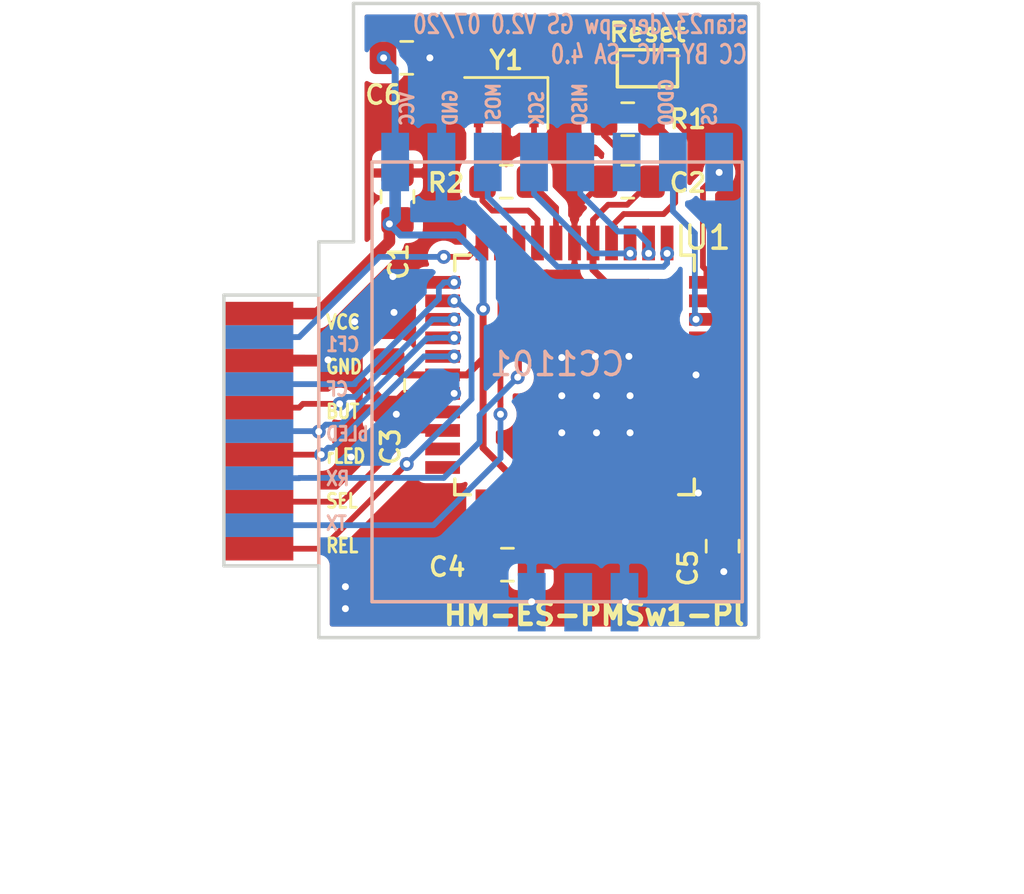
<source format=kicad_pcb>
(kicad_pcb (version 20171130) (host pcbnew "(5.1.4)-1")

  (general
    (thickness 1.6)
    (drawings 27)
    (tracks 228)
    (zones 0)
    (modules 13)
    (nets 40)
  )

  (page A4)
  (layers
    (0 F.Cu signal)
    (31 B.Cu signal)
    (32 B.Adhes user hide)
    (33 F.Adhes user hide)
    (34 B.Paste user hide)
    (35 F.Paste user hide)
    (36 B.SilkS user)
    (37 F.SilkS user)
    (38 B.Mask user)
    (39 F.Mask user)
    (40 Dwgs.User user)
    (41 Cmts.User user hide)
    (42 Eco1.User user hide)
    (43 Eco2.User user hide)
    (44 Edge.Cuts user)
    (45 Margin user hide)
    (46 B.CrtYd user hide)
    (47 F.CrtYd user hide)
    (48 B.Fab user hide)
    (49 F.Fab user hide)
  )

  (setup
    (last_trace_width 0.3)
    (user_trace_width 0.3)
    (user_trace_width 0.5)
    (trace_clearance 0.2)
    (zone_clearance 0.4)
    (zone_45_only no)
    (trace_min 0.25)
    (via_size 0.6)
    (via_drill 0.3)
    (via_min_size 0.4)
    (via_min_drill 0.3)
    (uvia_size 0.3)
    (uvia_drill 0.1)
    (uvias_allowed no)
    (uvia_min_size 0.2)
    (uvia_min_drill 0.1)
    (edge_width 0.15)
    (segment_width 0.2)
    (pcb_text_width 0.3)
    (pcb_text_size 1.5 1.5)
    (mod_edge_width 0.15)
    (mod_text_size 1 1)
    (mod_text_width 0.15)
    (pad_size 1 2)
    (pad_drill 0)
    (pad_to_mask_clearance 0.2)
    (aux_axis_origin 119.50008 111.50008)
    (grid_origin 0.00008 0.00008)
    (visible_elements 7FFFFF7F)
    (pcbplotparams
      (layerselection 0x010f0_ffffffff)
      (usegerberextensions true)
      (usegerberattributes false)
      (usegerberadvancedattributes false)
      (creategerberjobfile false)
      (excludeedgelayer true)
      (linewidth 0.100000)
      (plotframeref false)
      (viasonmask false)
      (mode 1)
      (useauxorigin false)
      (hpglpennumber 1)
      (hpglpenspeed 20)
      (hpglpendiameter 15.000000)
      (psnegative false)
      (psa4output false)
      (plotreference true)
      (plotvalue false)
      (plotinvisibletext false)
      (padsonsilk false)
      (subtractmaskfromsilk false)
      (outputformat 1)
      (mirror false)
      (drillshape 0)
      (scaleselection 1)
      (outputdirectory "Gerber11/"))
  )

  (net 0 "")
  (net 1 GND)
  (net 2 VCC)
  (net 3 /MOSI)
  (net 4 /MISO)
  (net 5 /SCK)
  (net 6 /RESET)
  (net 7 /TX)
  (net 8 /RX)
  (net 9 /CS)
  (net 10 "Net-(U1-Pad19)")
  (net 11 "Net-(U1-Pad21)")
  (net 12 "Net-(U1-Pad22)")
  (net 13 "Net-(U1-Pad23)")
  (net 14 "Net-(U1-Pad24)")
  (net 15 "Net-(U1-Pad25)")
  (net 16 "Net-(U1-Pad26)")
  (net 17 "Net-(U1-Pad30)")
  (net 18 "Net-(U1-Pad31)")
  (net 19 "Net-(U1-Pad32)")
  (net 20 "Net-(U1-Pad33)")
  (net 21 "Net-(U1-Pad34)")
  (net 22 "Net-(U1-Pad35)")
  (net 23 "Net-(U1-Pad36)")
  (net 24 "Net-(U1-Pad37)")
  (net 25 "Net-(U1-Pad43)")
  (net 26 "Net-(U2-Pad6)")
  (net 27 /SEL)
  (net 28 /CF1)
  (net 29 /RELAY)
  (net 30 /BUTTON)
  (net 31 /LED_blue)
  (net 32 /LED_red)
  (net 33 /CF)
  (net 34 /GDO0)
  (net 35 "Net-(U1-Pad40)")
  (net 36 "Net-(U1-Pad41)")
  (net 37 "Net-(R2-Pad1)")
  (net 38 "Net-(R2-Pad2)")
  (net 39 "Net-(U2-Pad9)")

  (net_class Default "Dies ist die voreingestellte Netzklasse."
    (clearance 0.2)
    (trace_width 0.25)
    (via_dia 0.6)
    (via_drill 0.3)
    (uvia_dia 0.3)
    (uvia_drill 0.1)
    (add_net "Net-(R2-Pad1)")
    (add_net "Net-(R2-Pad2)")
    (add_net "Net-(U1-Pad40)")
    (add_net "Net-(U1-Pad41)")
    (add_net "Net-(U2-Pad9)")
  )

  (net_class AllPCB ""
    (clearance 0.1524)
    (trace_width 0.25)
    (via_dia 0.6)
    (via_drill 0.3)
    (uvia_dia 0.3)
    (uvia_drill 0.1)
    (add_net /BUTTON)
    (add_net /CF)
    (add_net /CF1)
    (add_net /CS)
    (add_net /GDO0)
    (add_net /LED_blue)
    (add_net /LED_red)
    (add_net /MISO)
    (add_net /MOSI)
    (add_net /RELAY)
    (add_net /RESET)
    (add_net /RX)
    (add_net /SCK)
    (add_net /SEL)
    (add_net /TX)
    (add_net GND)
    (add_net "Net-(U1-Pad19)")
    (add_net "Net-(U1-Pad21)")
    (add_net "Net-(U1-Pad22)")
    (add_net "Net-(U1-Pad23)")
    (add_net "Net-(U1-Pad24)")
    (add_net "Net-(U1-Pad25)")
    (add_net "Net-(U1-Pad26)")
    (add_net "Net-(U1-Pad30)")
    (add_net "Net-(U1-Pad31)")
    (add_net "Net-(U1-Pad32)")
    (add_net "Net-(U1-Pad33)")
    (add_net "Net-(U1-Pad34)")
    (add_net "Net-(U1-Pad35)")
    (add_net "Net-(U1-Pad36)")
    (add_net "Net-(U1-Pad37)")
    (add_net "Net-(U1-Pad43)")
    (add_net "Net-(U2-Pad6)")
    (add_net VCC)
  )

  (module Homebrew:CC1101_Module (layer B.Cu) (tedit 5F1A7CA0) (tstamp 5F19364B)
    (at 110.80008 100.95008)
    (path /5AD31B90)
    (fp_text reference U2 (at 0 -3) (layer B.SilkS) hide
      (effects (font (size 1 1) (thickness 0.15)) (justify mirror))
    )
    (fp_text value CC1101 (at 0 -1.27) (layer B.SilkS)
      (effects (font (size 1 1) (thickness 0.15)) (justify mirror))
    )
    (fp_line (start -8 9) (end -8 -10) (layer B.SilkS) (width 0.15))
    (fp_line (start 8 9) (end -8 9) (layer B.SilkS) (width 0.15))
    (fp_line (start 8 -10) (end 8 9) (layer B.SilkS) (width 0.15))
    (fp_line (start -8 -10) (end 8 -10) (layer B.SilkS) (width 0.15))
    (pad 11 smd rect (at 2.91 9.02) (size 1.2 2.524) (layers B.Cu B.Paste B.Mask)
      (net 1 GND))
    (pad 10 smd rect (at -1.1 9.02) (size 1.2 2.524) (layers B.Cu B.Paste B.Mask)
      (net 1 GND))
    (pad 9 smd rect (at 0.91 9.02) (size 1.2 2.524) (layers B.Cu B.Paste B.Mask)
      (net 39 "Net-(U2-Pad9)"))
    (pad 8 smd rect (at 7 -10) (size 1.2 2.524) (layers B.Cu B.Paste B.Mask)
      (net 9 /CS))
    (pad 7 smd rect (at 5 -10) (size 1.2 2.524) (layers B.Cu B.Paste B.Mask)
      (net 34 /GDO0))
    (pad 6 smd rect (at 3 -10) (size 1.2 2.524) (layers B.Cu B.Paste B.Mask)
      (net 26 "Net-(U2-Pad6)"))
    (pad 5 smd rect (at 1 -10) (size 1.2 2.524) (layers B.Cu B.Paste B.Mask)
      (net 4 /MISO))
    (pad 4 smd rect (at -1 -10) (size 1.2 2.524) (layers B.Cu B.Paste B.Mask)
      (net 5 /SCK))
    (pad 3 smd rect (at -3 -10) (size 1.2 2.524) (layers B.Cu B.Paste B.Mask)
      (net 3 /MOSI))
    (pad 2 smd rect (at -5 -10) (size 1.2 2.524) (layers B.Cu B.Paste B.Mask)
      (net 1 GND))
    (pad 1 smd rect (at -7 -10) (size 1.2 2.524) (layers B.Cu B.Paste B.Mask)
      (net 2 VCC))
  )

  (module BW-SHP2:Gosund_SP1-C_V2.3 (layer F.Cu) (tedit 5F194AD4) (tstamp 5C2A3EDE)
    (at 97.90008 97.50008 270)
    (path /5C1D302E)
    (fp_text reference J11 (at 11.684 -0.508) (layer F.SilkS) hide
      (effects (font (size 1 1) (thickness 0.15)))
    )
    (fp_text value BW_Gosund_Con (at 5.08 2.54 90) (layer F.Fab)
      (effects (font (size 1 1) (thickness 0.15)))
    )
    (pad SEL smd rect (at 8.128 0) (size 3 1.016) (layers F.Cu F.Paste F.Mask)
      (net 27 /SEL))
    (pad CF1 smd rect (at 1.016 0) (size 3 1.016) (layers B.Cu B.Paste B.Mask)
      (net 28 /CF1))
    (pad REL smd rect (at 10.16 0) (size 3 1.016) (layers F.Cu F.Paste F.Mask)
      (net 29 /RELAY))
    (pad rLED smd rect (at 6.096 0) (size 3 1.016) (layers F.Cu F.Paste F.Mask)
      (net 32 /LED_red))
    (pad bLED smd rect (at 5.08 0) (size 3 1.016) (layers B.Cu B.Paste B.Mask)
      (net 31 /LED_blue))
    (pad BUT smd rect (at 4.064 0) (size 3 1.016) (layers F.Cu F.Paste F.Mask)
      (net 30 /BUTTON))
    (pad CF smd rect (at 3.048 0) (size 3 1.016) (layers B.Cu B.Paste B.Mask)
      (net 33 /CF))
    (pad TX smd rect (at 9.144 0) (size 3 1.016) (layers B.Cu B.Paste B.Mask)
      (net 7 /TX))
    (pad RX smd rect (at 7.112 0) (size 3 1.016) (layers B.Cu B.Paste B.Mask)
      (net 8 /RX))
    (pad GND smd rect (at 2.032 0) (size 3 1.016) (layers F.Cu F.Paste F.Mask)
      (net 1 GND))
    (pad VCC smd rect (at 0 0) (size 3 1.016) (layers F.Cu F.Paste F.Mask)
      (net 2 VCC))
  )

  (module Capacitor_SMD:C_0805_2012Metric_Pad1.15x1.40mm_HandSolder (layer F.Cu) (tedit 5B36C52B) (tstamp 5AD6F522)
    (at 103.50008 100.60008 270)
    (descr "Capacitor SMD 0805 (2012 Metric), square (rectangular) end terminal, IPC_7351 nominal with elongated pad for handsoldering. (Body size source: https://docs.google.com/spreadsheets/d/1BsfQQcO9C6DZCsRaXUlFlo91Tg2WpOkGARC1WS5S8t0/edit?usp=sharing), generated with kicad-footprint-generator")
    (tags "capacitor handsolder")
    (path /5AD32EA5)
    (attr smd)
    (fp_text reference C3 (at 2.65 -0.1 270) (layer F.SilkS)
      (effects (font (size 0.8 0.8) (thickness 0.15)))
    )
    (fp_text value 100n (at 0 1.65 270) (layer F.Fab)
      (effects (font (size 1 1) (thickness 0.15)))
    )
    (fp_text user %R (at 0 0 270) (layer F.Fab)
      (effects (font (size 0.5 0.5) (thickness 0.08)))
    )
    (fp_line (start 1.85 0.95) (end -1.85 0.95) (layer F.CrtYd) (width 0.05))
    (fp_line (start 1.85 -0.95) (end 1.85 0.95) (layer F.CrtYd) (width 0.05))
    (fp_line (start -1.85 -0.95) (end 1.85 -0.95) (layer F.CrtYd) (width 0.05))
    (fp_line (start -1.85 0.95) (end -1.85 -0.95) (layer F.CrtYd) (width 0.05))
    (fp_line (start -0.261252 0.71) (end 0.261252 0.71) (layer F.SilkS) (width 0.12))
    (fp_line (start -0.261252 -0.71) (end 0.261252 -0.71) (layer F.SilkS) (width 0.12))
    (fp_line (start 1 0.6) (end -1 0.6) (layer F.Fab) (width 0.1))
    (fp_line (start 1 -0.6) (end 1 0.6) (layer F.Fab) (width 0.1))
    (fp_line (start -1 -0.6) (end 1 -0.6) (layer F.Fab) (width 0.1))
    (fp_line (start -1 0.6) (end -1 -0.6) (layer F.Fab) (width 0.1))
    (pad 2 smd roundrect (at 1.025 0 270) (size 1.15 1.4) (layers F.Cu F.Paste F.Mask) (roundrect_rratio 0.217391)
      (net 1 GND))
    (pad 1 smd roundrect (at -1.025 0 270) (size 1.15 1.4) (layers F.Cu F.Paste F.Mask) (roundrect_rratio 0.217391)
      (net 2 VCC))
    (model ${KISYS3DMOD}/Capacitor_SMD.3dshapes/C_0805_2012Metric.wrl
      (at (xyz 0 0 0))
      (scale (xyz 1 1 1))
      (rotate (xyz 0 0 0))
    )
  )

  (module Capacitor_SMD:C_0805_2012Metric_Pad1.15x1.40mm_HandSolder (layer F.Cu) (tedit 5B36C52B) (tstamp 5AD6F511)
    (at 113.85008 91.80008 180)
    (descr "Capacitor SMD 0805 (2012 Metric), square (rectangular) end terminal, IPC_7351 nominal with elongated pad for handsoldering. (Body size source: https://docs.google.com/spreadsheets/d/1BsfQQcO9C6DZCsRaXUlFlo91Tg2WpOkGARC1WS5S8t0/edit?usp=sharing), generated with kicad-footprint-generator")
    (tags "capacitor handsolder")
    (path /5AD32FF2)
    (attr smd)
    (fp_text reference C2 (at -2.6 -0.05) (layer F.SilkS)
      (effects (font (size 0.8 0.8) (thickness 0.15)))
    )
    (fp_text value 100n (at 0 1.65) (layer F.Fab)
      (effects (font (size 1 1) (thickness 0.15)))
    )
    (fp_text user %R (at 0 0) (layer F.Fab)
      (effects (font (size 0.5 0.5) (thickness 0.08)))
    )
    (fp_line (start 1.85 0.95) (end -1.85 0.95) (layer F.CrtYd) (width 0.05))
    (fp_line (start 1.85 -0.95) (end 1.85 0.95) (layer F.CrtYd) (width 0.05))
    (fp_line (start -1.85 -0.95) (end 1.85 -0.95) (layer F.CrtYd) (width 0.05))
    (fp_line (start -1.85 0.95) (end -1.85 -0.95) (layer F.CrtYd) (width 0.05))
    (fp_line (start -0.261252 0.71) (end 0.261252 0.71) (layer F.SilkS) (width 0.12))
    (fp_line (start -0.261252 -0.71) (end 0.261252 -0.71) (layer F.SilkS) (width 0.12))
    (fp_line (start 1 0.6) (end -1 0.6) (layer F.Fab) (width 0.1))
    (fp_line (start 1 -0.6) (end 1 0.6) (layer F.Fab) (width 0.1))
    (fp_line (start -1 -0.6) (end 1 -0.6) (layer F.Fab) (width 0.1))
    (fp_line (start -1 0.6) (end -1 -0.6) (layer F.Fab) (width 0.1))
    (pad 2 smd roundrect (at 1.025 0 180) (size 1.15 1.4) (layers F.Cu F.Paste F.Mask) (roundrect_rratio 0.217391)
      (net 1 GND))
    (pad 1 smd roundrect (at -1.025 0 180) (size 1.15 1.4) (layers F.Cu F.Paste F.Mask) (roundrect_rratio 0.217391)
      (net 2 VCC))
    (model ${KISYS3DMOD}/Capacitor_SMD.3dshapes/C_0805_2012Metric.wrl
      (at (xyz 0 0 0))
      (scale (xyz 1 1 1))
      (rotate (xyz 0 0 0))
    )
  )

  (module Resistor_SMD:R_0805_2012Metric_Pad1.15x1.40mm_HandSolder (layer F.Cu) (tedit 5B36C52B) (tstamp 5BDF408A)
    (at 108.60008 91.80008 180)
    (descr "Resistor SMD 0805 (2012 Metric), square (rectangular) end terminal, IPC_7351 nominal with elongated pad for handsoldering. (Body size source: https://docs.google.com/spreadsheets/d/1BsfQQcO9C6DZCsRaXUlFlo91Tg2WpOkGARC1WS5S8t0/edit?usp=sharing), generated with kicad-footprint-generator")
    (tags "resistor handsolder")
    (path /5BDC3B63)
    (attr smd)
    (fp_text reference R2 (at 2.6 -0.05) (layer F.SilkS)
      (effects (font (size 0.8 0.8) (thickness 0.15)))
    )
    (fp_text value 1M (at 0 1.65) (layer F.Fab)
      (effects (font (size 1 1) (thickness 0.15)))
    )
    (fp_text user %R (at 0 0) (layer F.Fab)
      (effects (font (size 0.5 0.5) (thickness 0.08)))
    )
    (fp_line (start 1.85 0.95) (end -1.85 0.95) (layer F.CrtYd) (width 0.05))
    (fp_line (start 1.85 -0.95) (end 1.85 0.95) (layer F.CrtYd) (width 0.05))
    (fp_line (start -1.85 -0.95) (end 1.85 -0.95) (layer F.CrtYd) (width 0.05))
    (fp_line (start -1.85 0.95) (end -1.85 -0.95) (layer F.CrtYd) (width 0.05))
    (fp_line (start -0.261252 0.71) (end 0.261252 0.71) (layer F.SilkS) (width 0.12))
    (fp_line (start -0.261252 -0.71) (end 0.261252 -0.71) (layer F.SilkS) (width 0.12))
    (fp_line (start 1 0.6) (end -1 0.6) (layer F.Fab) (width 0.1))
    (fp_line (start 1 -0.6) (end 1 0.6) (layer F.Fab) (width 0.1))
    (fp_line (start -1 -0.6) (end 1 -0.6) (layer F.Fab) (width 0.1))
    (fp_line (start -1 0.6) (end -1 -0.6) (layer F.Fab) (width 0.1))
    (pad 2 smd roundrect (at 1.025 0 180) (size 1.15 1.4) (layers F.Cu F.Paste F.Mask) (roundrect_rratio 0.217391)
      (net 38 "Net-(R2-Pad2)"))
    (pad 1 smd roundrect (at -1.025 0 180) (size 1.15 1.4) (layers F.Cu F.Paste F.Mask) (roundrect_rratio 0.217391)
      (net 37 "Net-(R2-Pad1)"))
    (model ${KISYS3DMOD}/Resistor_SMD.3dshapes/R_0805_2012Metric.wrl
      (at (xyz 0 0 0))
      (scale (xyz 1 1 1))
      (rotate (xyz 0 0 0))
    )
  )

  (module Resistor_SMD:R_0805_2012Metric_Pad1.15x1.40mm_HandSolder (layer F.Cu) (tedit 5B36C52B) (tstamp 5B3147BD)
    (at 113.85008 89.10008)
    (descr "Resistor SMD 0805 (2012 Metric), square (rectangular) end terminal, IPC_7351 nominal with elongated pad for handsoldering. (Body size source: https://docs.google.com/spreadsheets/d/1BsfQQcO9C6DZCsRaXUlFlo91Tg2WpOkGARC1WS5S8t0/edit?usp=sharing), generated with kicad-footprint-generator")
    (tags "resistor handsolder")
    (path /5AD3185F)
    (attr smd)
    (fp_text reference R1 (at 2.6 0) (layer F.SilkS)
      (effects (font (size 0.8 0.8) (thickness 0.15)))
    )
    (fp_text value 10k (at 0 1.65) (layer F.Fab)
      (effects (font (size 1 1) (thickness 0.15)))
    )
    (fp_text user %R (at 0 0) (layer F.Fab)
      (effects (font (size 0.5 0.5) (thickness 0.08)))
    )
    (fp_line (start 1.85 0.95) (end -1.85 0.95) (layer F.CrtYd) (width 0.05))
    (fp_line (start 1.85 -0.95) (end 1.85 0.95) (layer F.CrtYd) (width 0.05))
    (fp_line (start -1.85 -0.95) (end 1.85 -0.95) (layer F.CrtYd) (width 0.05))
    (fp_line (start -1.85 0.95) (end -1.85 -0.95) (layer F.CrtYd) (width 0.05))
    (fp_line (start -0.261252 0.71) (end 0.261252 0.71) (layer F.SilkS) (width 0.12))
    (fp_line (start -0.261252 -0.71) (end 0.261252 -0.71) (layer F.SilkS) (width 0.12))
    (fp_line (start 1 0.6) (end -1 0.6) (layer F.Fab) (width 0.1))
    (fp_line (start 1 -0.6) (end 1 0.6) (layer F.Fab) (width 0.1))
    (fp_line (start -1 -0.6) (end 1 -0.6) (layer F.Fab) (width 0.1))
    (fp_line (start -1 0.6) (end -1 -0.6) (layer F.Fab) (width 0.1))
    (pad 2 smd roundrect (at 1.025 0) (size 1.15 1.4) (layers F.Cu F.Paste F.Mask) (roundrect_rratio 0.217391)
      (net 6 /RESET))
    (pad 1 smd roundrect (at -1.025 0) (size 1.15 1.4) (layers F.Cu F.Paste F.Mask) (roundrect_rratio 0.217391)
      (net 2 VCC))
    (model ${KISYS3DMOD}/Resistor_SMD.3dshapes/R_0805_2012Metric.wrl
      (at (xyz 0 0 0))
      (scale (xyz 1 1 1))
      (rotate (xyz 0 0 0))
    )
  )

  (module Capacitor_SMD:C_0805_2012Metric_Pad1.15x1.40mm_HandSolder (layer F.Cu) (tedit 5B36C52B) (tstamp 5B6E843B)
    (at 104.30008 86.45008)
    (descr "Capacitor SMD 0805 (2012 Metric), square (rectangular) end terminal, IPC_7351 nominal with elongated pad for handsoldering. (Body size source: https://docs.google.com/spreadsheets/d/1BsfQQcO9C6DZCsRaXUlFlo91Tg2WpOkGARC1WS5S8t0/edit?usp=sharing), generated with kicad-footprint-generator")
    (tags "capacitor handsolder")
    (path /5AD31EC8)
    (attr smd)
    (fp_text reference C6 (at -1 1.6) (layer F.SilkS)
      (effects (font (size 0.8 0.8) (thickness 0.15)))
    )
    (fp_text value 100n (at 0 1.65) (layer F.Fab)
      (effects (font (size 1 1) (thickness 0.15)))
    )
    (fp_text user %R (at 0 0) (layer F.Fab)
      (effects (font (size 0.5 0.5) (thickness 0.08)))
    )
    (fp_line (start 1.85 0.95) (end -1.85 0.95) (layer F.CrtYd) (width 0.05))
    (fp_line (start 1.85 -0.95) (end 1.85 0.95) (layer F.CrtYd) (width 0.05))
    (fp_line (start -1.85 -0.95) (end 1.85 -0.95) (layer F.CrtYd) (width 0.05))
    (fp_line (start -1.85 0.95) (end -1.85 -0.95) (layer F.CrtYd) (width 0.05))
    (fp_line (start -0.261252 0.71) (end 0.261252 0.71) (layer F.SilkS) (width 0.12))
    (fp_line (start -0.261252 -0.71) (end 0.261252 -0.71) (layer F.SilkS) (width 0.12))
    (fp_line (start 1 0.6) (end -1 0.6) (layer F.Fab) (width 0.1))
    (fp_line (start 1 -0.6) (end 1 0.6) (layer F.Fab) (width 0.1))
    (fp_line (start -1 -0.6) (end 1 -0.6) (layer F.Fab) (width 0.1))
    (fp_line (start -1 0.6) (end -1 -0.6) (layer F.Fab) (width 0.1))
    (pad 2 smd roundrect (at 1.025 0) (size 1.15 1.4) (layers F.Cu F.Paste F.Mask) (roundrect_rratio 0.217391)
      (net 1 GND))
    (pad 1 smd roundrect (at -1.025 0) (size 1.15 1.4) (layers F.Cu F.Paste F.Mask) (roundrect_rratio 0.217391)
      (net 2 VCC))
    (model ${KISYS3DMOD}/Capacitor_SMD.3dshapes/C_0805_2012Metric.wrl
      (at (xyz 0 0 0))
      (scale (xyz 1 1 1))
      (rotate (xyz 0 0 0))
    )
  )

  (module Capacitor_SMD:C_0805_2012Metric_Pad1.15x1.40mm_HandSolder (layer F.Cu) (tedit 5B36C52B) (tstamp 5BBF424B)
    (at 117.95008 107.55008 270)
    (descr "Capacitor SMD 0805 (2012 Metric), square (rectangular) end terminal, IPC_7351 nominal with elongated pad for handsoldering. (Body size source: https://docs.google.com/spreadsheets/d/1BsfQQcO9C6DZCsRaXUlFlo91Tg2WpOkGARC1WS5S8t0/edit?usp=sharing), generated with kicad-footprint-generator")
    (tags "capacitor handsolder")
    (path /5BBE657A)
    (attr smd)
    (fp_text reference C5 (at 0.95 1.5 270) (layer F.SilkS)
      (effects (font (size 0.8 0.8) (thickness 0.15)))
    )
    (fp_text value 100n (at 0 1.65 270) (layer F.Fab)
      (effects (font (size 1 1) (thickness 0.15)))
    )
    (fp_text user %R (at 0 0 270) (layer F.Fab)
      (effects (font (size 0.5 0.5) (thickness 0.08)))
    )
    (fp_line (start 1.85 0.95) (end -1.85 0.95) (layer F.CrtYd) (width 0.05))
    (fp_line (start 1.85 -0.95) (end 1.85 0.95) (layer F.CrtYd) (width 0.05))
    (fp_line (start -1.85 -0.95) (end 1.85 -0.95) (layer F.CrtYd) (width 0.05))
    (fp_line (start -1.85 0.95) (end -1.85 -0.95) (layer F.CrtYd) (width 0.05))
    (fp_line (start -0.261252 0.71) (end 0.261252 0.71) (layer F.SilkS) (width 0.12))
    (fp_line (start -0.261252 -0.71) (end 0.261252 -0.71) (layer F.SilkS) (width 0.12))
    (fp_line (start 1 0.6) (end -1 0.6) (layer F.Fab) (width 0.1))
    (fp_line (start 1 -0.6) (end 1 0.6) (layer F.Fab) (width 0.1))
    (fp_line (start -1 -0.6) (end 1 -0.6) (layer F.Fab) (width 0.1))
    (fp_line (start -1 0.6) (end -1 -0.6) (layer F.Fab) (width 0.1))
    (pad 2 smd roundrect (at 1.025 0 270) (size 1.15 1.4) (layers F.Cu F.Paste F.Mask) (roundrect_rratio 0.217391)
      (net 1 GND))
    (pad 1 smd roundrect (at -1.025 0 270) (size 1.15 1.4) (layers F.Cu F.Paste F.Mask) (roundrect_rratio 0.217391)
      (net 2 VCC))
    (model ${KISYS3DMOD}/Capacitor_SMD.3dshapes/C_0805_2012Metric.wrl
      (at (xyz 0 0 0))
      (scale (xyz 1 1 1))
      (rotate (xyz 0 0 0))
    )
  )

  (module Capacitor_SMD:C_0805_2012Metric_Pad1.15x1.40mm_HandSolder (layer F.Cu) (tedit 5B36C52B) (tstamp 5BBF4245)
    (at 108.65008 108.35008)
    (descr "Capacitor SMD 0805 (2012 Metric), square (rectangular) end terminal, IPC_7351 nominal with elongated pad for handsoldering. (Body size source: https://docs.google.com/spreadsheets/d/1BsfQQcO9C6DZCsRaXUlFlo91Tg2WpOkGARC1WS5S8t0/edit?usp=sharing), generated with kicad-footprint-generator")
    (tags "capacitor handsolder")
    (path /5BBE6529)
    (attr smd)
    (fp_text reference C4 (at -2.6 0.1) (layer F.SilkS)
      (effects (font (size 0.8 0.8) (thickness 0.15)))
    )
    (fp_text value 100n (at 0 1.65) (layer F.Fab)
      (effects (font (size 1 1) (thickness 0.15)))
    )
    (fp_text user %R (at 0 0) (layer F.Fab)
      (effects (font (size 0.5 0.5) (thickness 0.08)))
    )
    (fp_line (start 1.85 0.95) (end -1.85 0.95) (layer F.CrtYd) (width 0.05))
    (fp_line (start 1.85 -0.95) (end 1.85 0.95) (layer F.CrtYd) (width 0.05))
    (fp_line (start -1.85 -0.95) (end 1.85 -0.95) (layer F.CrtYd) (width 0.05))
    (fp_line (start -1.85 0.95) (end -1.85 -0.95) (layer F.CrtYd) (width 0.05))
    (fp_line (start -0.261252 0.71) (end 0.261252 0.71) (layer F.SilkS) (width 0.12))
    (fp_line (start -0.261252 -0.71) (end 0.261252 -0.71) (layer F.SilkS) (width 0.12))
    (fp_line (start 1 0.6) (end -1 0.6) (layer F.Fab) (width 0.1))
    (fp_line (start 1 -0.6) (end 1 0.6) (layer F.Fab) (width 0.1))
    (fp_line (start -1 -0.6) (end 1 -0.6) (layer F.Fab) (width 0.1))
    (fp_line (start -1 0.6) (end -1 -0.6) (layer F.Fab) (width 0.1))
    (pad 2 smd roundrect (at 1.025 0) (size 1.15 1.4) (layers F.Cu F.Paste F.Mask) (roundrect_rratio 0.217391)
      (net 1 GND))
    (pad 1 smd roundrect (at -1.025 0) (size 1.15 1.4) (layers F.Cu F.Paste F.Mask) (roundrect_rratio 0.217391)
      (net 2 VCC))
    (model ${KISYS3DMOD}/Capacitor_SMD.3dshapes/C_0805_2012Metric.wrl
      (at (xyz 0 0 0))
      (scale (xyz 1 1 1))
      (rotate (xyz 0 0 0))
    )
  )

  (module Capacitor_SMD:C_0805_2012Metric_Pad1.15x1.40mm_HandSolder (layer F.Cu) (tedit 5B36C52B) (tstamp 5AD6F500)
    (at 103.90008 92.45008 90)
    (descr "Capacitor SMD 0805 (2012 Metric), square (rectangular) end terminal, IPC_7351 nominal with elongated pad for handsoldering. (Body size source: https://docs.google.com/spreadsheets/d/1BsfQQcO9C6DZCsRaXUlFlo91Tg2WpOkGARC1WS5S8t0/edit?usp=sharing), generated with kicad-footprint-generator")
    (tags "capacitor handsolder")
    (path /5B6E837A)
    (attr smd)
    (fp_text reference C1 (at -2.8 0.05 90) (layer F.SilkS)
      (effects (font (size 0.8 0.8) (thickness 0.15)))
    )
    (fp_text value 10u (at 0 1.65 90) (layer F.Fab)
      (effects (font (size 1 1) (thickness 0.15)))
    )
    (fp_text user %R (at 0 0 90) (layer F.Fab)
      (effects (font (size 0.5 0.5) (thickness 0.08)))
    )
    (fp_line (start 1.85 0.95) (end -1.85 0.95) (layer F.CrtYd) (width 0.05))
    (fp_line (start 1.85 -0.95) (end 1.85 0.95) (layer F.CrtYd) (width 0.05))
    (fp_line (start -1.85 -0.95) (end 1.85 -0.95) (layer F.CrtYd) (width 0.05))
    (fp_line (start -1.85 0.95) (end -1.85 -0.95) (layer F.CrtYd) (width 0.05))
    (fp_line (start -0.261252 0.71) (end 0.261252 0.71) (layer F.SilkS) (width 0.12))
    (fp_line (start -0.261252 -0.71) (end 0.261252 -0.71) (layer F.SilkS) (width 0.12))
    (fp_line (start 1 0.6) (end -1 0.6) (layer F.Fab) (width 0.1))
    (fp_line (start 1 -0.6) (end 1 0.6) (layer F.Fab) (width 0.1))
    (fp_line (start -1 -0.6) (end 1 -0.6) (layer F.Fab) (width 0.1))
    (fp_line (start -1 0.6) (end -1 -0.6) (layer F.Fab) (width 0.1))
    (pad 2 smd roundrect (at 1.025 0 90) (size 1.15 1.4) (layers F.Cu F.Paste F.Mask) (roundrect_rratio 0.217391)
      (net 1 GND))
    (pad 1 smd roundrect (at -1.025 0 90) (size 1.15 1.4) (layers F.Cu F.Paste F.Mask) (roundrect_rratio 0.217391)
      (net 2 VCC))
    (model ${KISYS3DMOD}/Capacitor_SMD.3dshapes/C_0805_2012Metric.wrl
      (at (xyz 0 0 0))
      (scale (xyz 1 1 1))
      (rotate (xyz 0 0 0))
    )
  )

  (module Housings_QFP:TQFP-44_10x10mm_Pitch0.8mm (layer F.Cu) (tedit 5C2A3EB5) (tstamp 5BBF425E)
    (at 111.55008 100.15008 270)
    (descr "44-Lead Plastic Thin Quad Flatpack (PT) - 10x10x1.0 mm Body [TQFP] (see Microchip Packaging Specification 00000049BS.pdf)")
    (tags "QFP 0.8")
    (path /5BBE1ACE)
    (attr smd)
    (fp_text reference U1 (at -5.932 -5.745) (layer F.SilkS)
      (effects (font (size 1 1) (thickness 0.15)))
    )
    (fp_text value ATMEGA644PA-AU (at 0 7.45 270) (layer F.Fab)
      (effects (font (size 1 1) (thickness 0.15)))
    )
    (fp_text user %R (at 0 0 270) (layer F.Fab)
      (effects (font (size 1 1) (thickness 0.15)))
    )
    (fp_line (start -4 -5) (end 5 -5) (layer F.Fab) (width 0.15))
    (fp_line (start 5 -5) (end 5 5) (layer F.Fab) (width 0.15))
    (fp_line (start 5 5) (end -5 5) (layer F.Fab) (width 0.15))
    (fp_line (start -5 5) (end -5 -4) (layer F.Fab) (width 0.15))
    (fp_line (start -5 -4) (end -4 -5) (layer F.Fab) (width 0.15))
    (fp_line (start -6.7 -6.7) (end -6.7 6.7) (layer F.CrtYd) (width 0.05))
    (fp_line (start 6.7 -6.7) (end 6.7 6.7) (layer F.CrtYd) (width 0.05))
    (fp_line (start -6.7 -6.7) (end 6.7 -6.7) (layer F.CrtYd) (width 0.05))
    (fp_line (start -6.7 6.7) (end 6.7 6.7) (layer F.CrtYd) (width 0.05))
    (fp_line (start -5.175 -5.175) (end -5.175 -4.6) (layer F.SilkS) (width 0.15))
    (fp_line (start 5.175 -5.175) (end 5.175 -4.5) (layer F.SilkS) (width 0.15))
    (fp_line (start 5.175 5.175) (end 5.175 4.5) (layer F.SilkS) (width 0.15))
    (fp_line (start -5.175 5.175) (end -5.175 4.5) (layer F.SilkS) (width 0.15))
    (fp_line (start -5.175 -5.175) (end -4.5 -5.175) (layer F.SilkS) (width 0.15))
    (fp_line (start -5.175 5.175) (end -4.5 5.175) (layer F.SilkS) (width 0.15))
    (fp_line (start 5.175 5.175) (end 4.5 5.175) (layer F.SilkS) (width 0.15))
    (fp_line (start 5.175 -5.175) (end 4.5 -5.175) (layer F.SilkS) (width 0.15))
    (fp_line (start -5.175 -4.6) (end -6.45 -4.6) (layer F.SilkS) (width 0.15))
    (pad 1 smd rect (at -5.7 -4 270) (size 1.5 0.55) (layers F.Cu F.Paste F.Mask)
      (net 3 /MOSI))
    (pad 2 smd rect (at -5.7 -3.2 270) (size 1.5 0.55) (layers F.Cu F.Paste F.Mask)
      (net 4 /MISO))
    (pad 3 smd rect (at -5.7 -2.4 270) (size 1.5 0.55) (layers F.Cu F.Paste F.Mask)
      (net 5 /SCK))
    (pad 4 smd rect (at -5.7 -1.6 270) (size 1.5 0.55) (layers F.Cu F.Paste F.Mask)
      (net 6 /RESET))
    (pad 5 smd rect (at -5.7 -0.8 270) (size 1.5 0.55) (layers F.Cu F.Paste F.Mask)
      (net 2 VCC))
    (pad 6 smd rect (at -5.7 0 270) (size 1.5 0.55) (layers F.Cu F.Paste F.Mask)
      (net 1 GND))
    (pad 7 smd rect (at -5.7 0.8 270) (size 1.5 0.55) (layers F.Cu F.Paste F.Mask)
      (net 37 "Net-(R2-Pad1)"))
    (pad 8 smd rect (at -5.7 1.6 270) (size 1.5 0.55) (layers F.Cu F.Paste F.Mask)
      (net 38 "Net-(R2-Pad2)"))
    (pad 9 smd rect (at -5.7 2.4 270) (size 1.5 0.55) (layers F.Cu F.Paste F.Mask)
      (net 8 /RX))
    (pad 10 smd rect (at -5.7 3.2 270) (size 1.5 0.55) (layers F.Cu F.Paste F.Mask)
      (net 7 /TX))
    (pad 11 smd rect (at -5.7 4 270) (size 1.5 0.55) (layers F.Cu F.Paste F.Mask)
      (net 28 /CF1))
    (pad 12 smd rect (at -4 5.7) (size 1.5 0.55) (layers F.Cu F.Paste F.Mask)
      (net 33 /CF))
    (pad 13 smd rect (at -3.2 5.7) (size 1.5 0.55) (layers F.Cu F.Paste F.Mask)
      (net 29 /RELAY))
    (pad 14 smd rect (at -2.4 5.7) (size 1.5 0.55) (layers F.Cu F.Paste F.Mask)
      (net 30 /BUTTON))
    (pad 15 smd rect (at -1.6 5.7) (size 1.5 0.55) (layers F.Cu F.Paste F.Mask)
      (net 31 /LED_blue))
    (pad 16 smd rect (at -0.8 5.7) (size 1.5 0.55) (layers F.Cu F.Paste F.Mask)
      (net 32 /LED_red))
    (pad 17 smd rect (at 0 5.7) (size 1.5 0.55) (layers F.Cu F.Paste F.Mask)
      (net 2 VCC))
    (pad 18 smd rect (at 0.8 5.7) (size 1.5 0.55) (layers F.Cu F.Paste F.Mask)
      (net 1 GND))
    (pad 19 smd rect (at 1.6 5.7) (size 1.5 0.55) (layers F.Cu F.Paste F.Mask)
      (net 10 "Net-(U1-Pad19)"))
    (pad 20 smd rect (at 2.4 5.7) (size 1.5 0.55) (layers F.Cu F.Paste F.Mask)
      (net 27 /SEL))
    (pad 21 smd rect (at 3.2 5.7) (size 1.5 0.55) (layers F.Cu F.Paste F.Mask)
      (net 11 "Net-(U1-Pad21)"))
    (pad 22 smd rect (at 4 5.7) (size 1.5 0.55) (layers F.Cu F.Paste F.Mask)
      (net 12 "Net-(U1-Pad22)"))
    (pad 23 smd rect (at 5.7 4 270) (size 1.5 0.55) (layers F.Cu F.Paste F.Mask)
      (net 13 "Net-(U1-Pad23)"))
    (pad 24 smd rect (at 5.7 3.2 270) (size 1.5 0.55) (layers F.Cu F.Paste F.Mask)
      (net 14 "Net-(U1-Pad24)"))
    (pad 25 smd rect (at 5.7 2.4 270) (size 1.5 0.55) (layers F.Cu F.Paste F.Mask)
      (net 15 "Net-(U1-Pad25)"))
    (pad 26 smd rect (at 5.7 1.6 270) (size 1.5 0.55) (layers F.Cu F.Paste F.Mask)
      (net 16 "Net-(U1-Pad26)"))
    (pad 27 smd rect (at 5.7 0.8 270) (size 1.5 0.55) (layers F.Cu F.Paste F.Mask)
      (net 2 VCC))
    (pad 28 smd rect (at 5.7 0 270) (size 1.5 0.55) (layers F.Cu F.Paste F.Mask)
      (net 1 GND))
    (pad 29 smd rect (at 5.7 -0.8 270) (size 1.5 0.55) (layers F.Cu F.Paste F.Mask)
      (net 2 VCC))
    (pad 30 smd rect (at 5.7 -1.6 270) (size 1.5 0.55) (layers F.Cu F.Paste F.Mask)
      (net 17 "Net-(U1-Pad30)"))
    (pad 31 smd rect (at 5.7 -2.4 270) (size 1.5 0.55) (layers F.Cu F.Paste F.Mask)
      (net 18 "Net-(U1-Pad31)"))
    (pad 32 smd rect (at 5.7 -3.2 270) (size 1.5 0.55) (layers F.Cu F.Paste F.Mask)
      (net 19 "Net-(U1-Pad32)"))
    (pad 33 smd rect (at 5.7 -4 270) (size 1.5 0.55) (layers F.Cu F.Paste F.Mask)
      (net 20 "Net-(U1-Pad33)"))
    (pad 34 smd rect (at 4 -5.7) (size 1.5 0.55) (layers F.Cu F.Paste F.Mask)
      (net 21 "Net-(U1-Pad34)"))
    (pad 35 smd rect (at 3.2 -5.7) (size 1.5 0.55) (layers F.Cu F.Paste F.Mask)
      (net 22 "Net-(U1-Pad35)"))
    (pad 36 smd rect (at 2.4 -5.7) (size 1.5 0.55) (layers F.Cu F.Paste F.Mask)
      (net 23 "Net-(U1-Pad36)"))
    (pad 37 smd rect (at 1.6 -5.7) (size 1.5 0.55) (layers F.Cu F.Paste F.Mask)
      (net 24 "Net-(U1-Pad37)"))
    (pad 38 smd rect (at 0.8 -5.7) (size 1.5 0.55) (layers F.Cu F.Paste F.Mask)
      (net 2 VCC))
    (pad 39 smd rect (at 0 -5.7) (size 1.5 0.55) (layers F.Cu F.Paste F.Mask)
      (net 1 GND))
    (pad 40 smd rect (at -0.8 -5.7) (size 1.5 0.55) (layers F.Cu F.Paste F.Mask)
      (net 35 "Net-(U1-Pad40)"))
    (pad 41 smd rect (at -1.6 -5.7) (size 1.5 0.55) (layers F.Cu F.Paste F.Mask)
      (net 36 "Net-(U1-Pad41)"))
    (pad 42 smd rect (at -2.4 -5.7) (size 1.5 0.55) (layers F.Cu F.Paste F.Mask)
      (net 34 /GDO0))
    (pad 43 smd rect (at -3.2 -5.7) (size 1.5 0.55) (layers F.Cu F.Paste F.Mask)
      (net 25 "Net-(U1-Pad43)"))
    (pad 44 smd rect (at -4 -5.7) (size 1.5 0.55) (layers F.Cu F.Paste F.Mask)
      (net 9 /CS))
    (model ${KISYS3DMOD}/Housings_QFP.3dshapes/TQFP-44_10x10mm_Pitch0.8mm.wrl
      (at (xyz 0 0 0))
      (scale (xyz 1 1 1))
      (rotate (xyz 0 0 0))
    )
  )

  (module Resonators:Resonator_SMD_muRata_TPSKA-3pin_7.9x3.8mm_HandSoldering (layer F.Cu) (tedit 5C2A3EA8) (tstamp 5BDF4091)
    (at 108.60008 88.40008 180)
    (descr "SMD Resomator/Filter Murata TPSKA, http://cdn-reichelt.de/documents/datenblatt/B400/SFECV-107.pdf, hand-soldering, 7.9x3.8mm^2 package")
    (tags "SMD SMT ceramic resonator filter filter hand-soldering")
    (path /5BDC373F)
    (attr smd)
    (fp_text reference Y1 (at 0 1.85 180) (layer F.SilkS)
      (effects (font (size 0.8 0.8) (thickness 0.15)))
    )
    (fp_text value Resonator (at 0.01 1.95 180) (layer F.Fab)
      (effects (font (size 1 1) (thickness 0.15)))
    )
    (fp_text user %R (at 0.71 0 180) (layer F.Fab)
      (effects (font (size 0.7 0.7) (thickness 0.15)))
    )
    (fp_line (start -1.6 -0.6) (end -1.6 0.6) (layer F.Fab) (width 0.1))
    (fp_line (start -1.6 0.6) (end 1.6 0.6) (layer F.Fab) (width 0.1))
    (fp_line (start 1.6 0.6) (end 1.6 -0.6) (layer F.Fab) (width 0.1))
    (fp_line (start 1.6 -0.6) (end -1.6 -0.6) (layer F.Fab) (width 0.1))
    (fp_line (start -1.6 0) (end -1 0.6) (layer F.Fab) (width 0.1))
    (fp_line (start -1.8 -1.1) (end -1.8 1.1) (layer F.SilkS) (width 0.12))
    (fp_line (start -1.8 1.1) (end 1.8 1.1) (layer F.SilkS) (width 0.12))
    (fp_line (start -1.9 -1.2) (end -1.9 1.2) (layer F.CrtYd) (width 0.05))
    (fp_line (start -1.9 1.2) (end 1.9 1.2) (layer F.CrtYd) (width 0.05))
    (fp_line (start 1.9 1.2) (end 1.9 -1.2) (layer F.CrtYd) (width 0.05))
    (fp_line (start 1.9 -1.2) (end -1.9 -1.2) (layer F.CrtYd) (width 0.05))
    (pad 1 smd rect (at -1.2 0 180) (size 0.4 2.1) (layers F.Cu F.Paste F.Mask)
      (net 37 "Net-(R2-Pad1)"))
    (pad 2 smd rect (at 0 0 180) (size 0.4 2.1) (layers F.Cu F.Paste F.Mask)
      (net 1 GND))
    (pad 3 smd rect (at 1.2 0 180) (size 0.4 2.1) (layers F.Cu F.Paste F.Mask)
      (net 38 "Net-(R2-Pad2)"))
    (model ${KISYS3DMOD}/Crystals.3dshapes/Resonator_SMD_muRata_TPSKA-3pin_7.9x3.8mm_HandSoldering.wrl
      (at (xyz 0 0 0))
      (scale (xyz 1 1 1))
      (rotate (xyz 0 0 0))
    )
  )

  (module Testpads:Testpad (layer F.Cu) (tedit 5C2A3ED0) (tstamp 5BE72A29)
    (at 114.70008 86.90008 270)
    (path /5B4BEEED)
    (fp_text reference J4 (at 0.4996 -2 180) (layer F.SilkS) hide
      (effects (font (size 1 1) (thickness 0.15)))
    )
    (fp_text value Reset (at 0 -1.65 90) (layer F.Fab)
      (effects (font (size 1 1) (thickness 0.15)))
    )
    (pad 1 smd rect (at 0 0 270) (size 1 2) (layers F.Cu F.Paste F.Mask)
      (net 6 /RESET))
  )

  (gr_line (start 113.40008 87.70008) (end 113.40008 86.10008) (layer F.SilkS) (width 0.15) (tstamp 5F1E725F))
  (gr_line (start 116.00008 87.70008) (end 113.40008 87.70008) (layer F.SilkS) (width 0.15))
  (gr_line (start 116.00008 86.10008) (end 116.00008 87.70008) (layer F.SilkS) (width 0.15))
  (gr_line (start 113.40008 86.10008) (end 116.00008 86.10008) (layer F.SilkS) (width 0.15))
  (gr_line (start 100.50008 96.65008) (end 100.50008 108.50008) (layer F.SilkS) (width 0.15) (tstamp 5F1A778A))
  (gr_line (start 100.50008 96.65008) (end 100.50008 108.50008) (layer B.SilkS) (width 0.15) (tstamp 5F1A7787))
  (gr_text "Reset\n" (at 114.70008 85.35008) (layer F.SilkS)
    (effects (font (size 0.8 0.8) (thickness 0.15)))
  )
  (dimension 19 (width 0.15) (layer Dwgs.User)
    (gr_text "19,000 mm" (at 110.00008 118.05008) (layer Dwgs.User)
      (effects (font (size 1 1) (thickness 0.15)))
    )
    (feature1 (pts (xy 100.50008 111.50008) (xy 100.50008 117.336501)))
    (feature2 (pts (xy 119.50008 111.50008) (xy 119.50008 117.336501)))
    (crossbar (pts (xy 119.50008 116.75008) (xy 100.50008 116.75008)))
    (arrow1a (pts (xy 100.50008 116.75008) (xy 101.626584 116.163659)))
    (arrow1b (pts (xy 100.50008 116.75008) (xy 101.626584 117.336501)))
    (arrow2a (pts (xy 119.50008 116.75008) (xy 118.373576 116.163659)))
    (arrow2b (pts (xy 119.50008 116.75008) (xy 118.373576 117.336501)))
  )
  (gr_text "CC BY-NC-SA 4.0" (at 110.45008 86.30008) (layer B.SilkS) (tstamp 5F184ACC)
    (effects (font (size 0.8 0.6) (thickness 0.125)) (justify right mirror))
  )
  (gr_line (start 102.00008 94.40008) (end 102.00008 84.10008) (layer Edge.Cuts) (width 0.15))
  (gr_line (start 100.50008 94.40008) (end 102.00008 94.40008) (layer Edge.Cuts) (width 0.15))
  (gr_text "CF1\n\nCF\n\nbLED\n\nRX\n\nTX" (at 100.75008 102.70008) (layer B.SilkS)
    (effects (font (size 0.6 0.5) (thickness 0.125)) (justify right mirror))
  )
  (gr_text "VCC\n\nGND\n\nBUT\n\nrLED\n\nSEL\n\nREL" (at 100.75008 102.70008) (layer F.SilkS)
    (effects (font (size 0.6 0.5) (thickness 0.125)) (justify left))
  )
  (gr_line (start 100.50008 108.40008) (end 100.50008 111.50008) (angle 90) (layer Edge.Cuts) (width 0.15))
  (gr_line (start 96.40008 108.40008) (end 100.50008 108.40008) (angle 90) (layer Edge.Cuts) (width 0.15))
  (gr_line (start 96.40008 96.70008) (end 96.40008 108.40008) (angle 90) (layer Edge.Cuts) (width 0.15))
  (gr_line (start 100.50008 94.40008) (end 100.50008 96.70008) (angle 90) (layer Edge.Cuts) (width 0.15))
  (gr_text "VCC\n\nGND\n\nMOSI\n\nSCK\n\nMISO\n\n\n\nGDO0\n\nCS" (at 110.85008 89.45008 90) (layer B.SilkS)
    (effects (font (size 0.58 0.5) (thickness 0.125)) (justify right mirror))
  )
  (gr_line (start 100.50008 96.70008) (end 96.40008 96.70008) (angle 90) (layer Edge.Cuts) (width 0.15))
  (dimension 16.002 (width 0.3) (layer Dwgs.User)
    (gr_text "16,002 mm" (at 93.01108 102.61608 270) (layer Dwgs.User)
      (effects (font (size 1.5 1.5) (thickness 0.3)))
    )
    (feature1 (pts (xy 96.26608 110.61708) (xy 91.66108 110.61708)))
    (feature2 (pts (xy 96.26608 94.61508) (xy 91.66108 94.61508)))
    (crossbar (pts (xy 94.36108 94.61508) (xy 94.36108 110.61708)))
    (arrow1a (pts (xy 94.36108 110.61708) (xy 93.774659 109.490576)))
    (arrow1b (pts (xy 94.36108 110.61708) (xy 94.947501 109.490576)))
    (arrow2a (pts (xy 94.36108 94.61508) (xy 93.774659 95.741584)))
    (arrow2b (pts (xy 94.36108 94.61508) (xy 94.947501 95.741584)))
  )
  (gr_text HM-ES-PMSw1-Pl (at 112.40008 110.50008) (layer F.SilkS)
    (effects (font (size 0.9 0.9) (thickness 0.2)))
  )
  (dimension 23.107001 (width 0.3) (layer Dwgs.User)
    (gr_text "23,107 mm" (at 107.949643 123.29708 0.01487751198) (layer Dwgs.User)
      (effects (font (size 1 1) (thickness 0.15)))
    )
    (feature1 (pts (xy 119.50008 111.50008) (xy 119.502918 122.4305)))
    (feature2 (pts (xy 96.39308 111.50608) (xy 96.395918 122.4365)))
    (crossbar (pts (xy 96.395766 121.85008) (xy 119.502766 121.84408)))
    (arrow1a (pts (xy 119.502766 121.84408) (xy 118.376415 122.430793)))
    (arrow1b (pts (xy 119.502766 121.84408) (xy 118.37611 121.257952)))
    (arrow2a (pts (xy 96.395766 121.85008) (xy 97.522422 122.436208)))
    (arrow2b (pts (xy 96.395766 121.85008) (xy 97.522117 121.263367)))
  )
  (dimension 27.4 (width 0.3) (layer Dwgs.User)
    (gr_text "27,400 mm" (at 129.05008 97.80008 90) (layer Dwgs.User)
      (effects (font (size 1.5 1.5) (thickness 0.3)))
    )
    (feature1 (pts (xy 119.50008 84.10008) (xy 127.536501 84.10008)))
    (feature2 (pts (xy 119.50008 111.50008) (xy 127.536501 111.50008)))
    (crossbar (pts (xy 126.95008 111.50008) (xy 126.95008 84.10008)))
    (arrow1a (pts (xy 126.95008 84.10008) (xy 127.536501 85.226584)))
    (arrow1b (pts (xy 126.95008 84.10008) (xy 126.363659 85.226584)))
    (arrow2a (pts (xy 126.95008 111.50008) (xy 127.536501 110.373576)))
    (arrow2b (pts (xy 126.95008 111.50008) (xy 126.363659 110.373576)))
  )
  (gr_line (start 100.50008 111.50008) (end 119.50008 111.50008) (angle 90) (layer Edge.Cuts) (width 0.15))
  (gr_line (start 119.50008 84.10008) (end 102.00008 84.10008) (angle 90) (layer Edge.Cuts) (width 0.15))
  (gr_line (start 119.50008 111.50008) (end 119.50008 84.10008) (angle 90) (layer Edge.Cuts) (width 0.15))
  (gr_text "stan23/der-pw GS V2.0 07/20\n" (at 104.50008 85.00008) (layer B.SilkS)
    (effects (font (size 0.8 0.6) (thickness 0.125)) (justify right mirror))
  )

  (via (at 103.30008 86.45008) (size 0.6) (drill 0.3) (layers F.Cu B.Cu) (net 2))
  (via (at 105.30008 86.45008) (size 0.6) (drill 0.3) (layers F.Cu B.Cu) (net 1))
  (via (at 118.00008 108.65008) (size 0.6) (drill 0.3) (layers F.Cu B.Cu) (net 1))
  (via (at 116.80008 100.15008) (size 0.6) (drill 0.3) (layers F.Cu B.Cu) (net 1))
  (via (at 100.90008 99.50008) (size 0.6) (drill 0.3) (layers F.Cu B.Cu) (net 1))
  (segment (start 99.86808 99.53208) (end 97.90008 99.53208) (width 0.5) (layer F.Cu) (net 1))
  (segment (start 97.90008 99.53208) (end 101.11808 99.53208) (width 0.5) (layer F.Cu) (net 1))
  (segment (start 104.17508 100.95008) (end 105.85008 100.95008) (width 0.3) (layer F.Cu) (net 1))
  (segment (start 103.50008 101.62508) (end 103.50008 101.62508) (width 0.3) (layer F.Cu) (net 1))
  (segment (start 105.85008 100.95008) (end 105.85008 100.95008) (width 0.3) (layer F.Cu) (net 1) (tstamp 5F193A33))
  (via (at 106.35008 100.95008) (size 0.6) (drill 0.3) (layers F.Cu B.Cu) (net 1))
  (segment (start 103.50008 101.62508) (end 104.17508 100.95008) (width 0.3) (layer F.Cu) (net 1) (tstamp 5F193A39))
  (via (at 103.85008 101.85008) (size 0.6) (drill 0.3) (layers F.Cu B.Cu) (net 1))
  (via (at 103.70008 95.90008) (size 0.6) (drill 0.3) (layers F.Cu B.Cu) (net 1))
  (via (at 103.75008 97.45008) (size 0.6) (drill 0.3) (layers F.Cu B.Cu) (net 1))
  (via (at 102.05008 97.85008) (size 0.6) (drill 0.3) (layers F.Cu B.Cu) (net 1))
  (segment (start 101.40708 99.53208) (end 97.90008 99.53208) (width 0.5) (layer F.Cu) (net 1))
  (segment (start 103.50008 101.62508) (end 101.40708 99.53208) (width 0.5) (layer F.Cu) (net 1))
  (via (at 111.00008 99.40008) (size 0.6) (drill 0.3) (layers F.Cu B.Cu) (net 1))
  (via (at 113.95008 101.05008) (size 0.6) (drill 0.3) (layers F.Cu B.Cu) (net 1))
  (via (at 112.50008 101.05008) (size 0.6) (drill 0.3) (layers F.Cu B.Cu) (net 1))
  (via (at 111.00008 101.05008) (size 0.6) (drill 0.3) (layers F.Cu B.Cu) (net 1))
  (via (at 101.65008 109.30008) (size 0.6) (drill 0.3) (layers F.Cu B.Cu) (net 1))
  (via (at 101.65008 110.25008) (size 0.6) (drill 0.3) (layers F.Cu B.Cu) (net 1))
  (via (at 109.70008 109.95008) (size 0.6) (drill 0.3) (layers F.Cu B.Cu) (net 1))
  (via (at 113.75008 109.95008) (size 0.6) (drill 0.3) (layers F.Cu B.Cu) (net 1))
  (via (at 101.90008 103.70008) (size 0.6) (drill 0.3) (layers F.Cu B.Cu) (net 1))
  (via (at 112.45008 99.35008) (size 0.6) (drill 0.3) (layers F.Cu B.Cu) (net 1))
  (via (at 113.90008 99.35008) (size 0.6) (drill 0.3) (layers F.Cu B.Cu) (net 1))
  (segment (start 111.55008 106.90008) (end 111.55008 105.85008) (width 0.3) (layer F.Cu) (net 1))
  (segment (start 110.10008 108.35008) (end 111.55008 106.90008) (width 0.3) (layer F.Cu) (net 1))
  (segment (start 109.27508 108.35008) (end 110.10008 108.35008) (width 0.3) (layer F.Cu) (net 1))
  (via (at 116.90008 105.25008) (size 0.6) (drill 0.3) (layers F.Cu B.Cu) (net 1))
  (via (at 111.00008 102.65008) (size 0.6) (drill 0.3) (layers F.Cu B.Cu) (net 1))
  (via (at 112.50008 102.65008) (size 0.6) (drill 0.3) (layers F.Cu B.Cu) (net 1) (tstamp 5F1A75C8))
  (via (at 113.95008 102.65008) (size 0.6) (drill 0.3) (layers F.Cu B.Cu) (net 1) (tstamp 5F1A75CA))
  (segment (start 105.80008 92.71208) (end 106.53808 93.45008) (width 0.5) (layer B.Cu) (net 1))
  (segment (start 105.80008 90.95008) (end 105.80008 92.71208) (width 0.5) (layer B.Cu) (net 1))
  (segment (start 111.55008 93.02508) (end 112.77508 91.80008) (width 0.25) (layer F.Cu) (net 1))
  (segment (start 111.55008 94.45008) (end 111.55008 93.02508) (width 0.25) (layer F.Cu) (net 1))
  (segment (start 103.55008 94.30008) (end 103.55008 93.62508) (width 0.5) (layer F.Cu) (net 2))
  (segment (start 103.55008 94.392556) (end 103.55008 94.30008) (width 0.5) (layer F.Cu) (net 2))
  (segment (start 100.442556 97.50008) (end 103.55008 94.392556) (width 0.5) (layer F.Cu) (net 2))
  (segment (start 97.90008 97.50008) (end 100.442556 97.50008) (width 0.5) (layer F.Cu) (net 2))
  (segment (start 103.55008 93.62508) (end 103.55008 93.62508) (width 0.5) (layer F.Cu) (net 2) (tstamp 5F192CBB))
  (via (at 103.55008 93.62508) (size 0.6) (drill 0.3) (layers F.Cu B.Cu) (net 2))
  (segment (start 103.80008 93.37508) (end 103.55008 93.62508) (width 0.5) (layer B.Cu) (net 2))
  (segment (start 103.80008 90.25008) (end 103.80008 93.37508) (width 0.5) (layer B.Cu) (net 2))
  (segment (start 118.30008 100.95008) (end 117.25008 100.95008) (width 0.3) (layer F.Cu) (net 2))
  (segment (start 118.302481 100.952481) (end 118.30008 100.95008) (width 0.3) (layer F.Cu) (net 2))
  (segment (start 118.302481 105.497679) (end 118.302481 100.952481) (width 0.3) (layer F.Cu) (net 2))
  (segment (start 117.95008 105.85008) (end 118.302481 105.497679) (width 0.3) (layer F.Cu) (net 2))
  (segment (start 117.95008 106.52508) (end 117.95008 105.85008) (width 0.3) (layer F.Cu) (net 2))
  (segment (start 104.07508 100.15008) (end 105.85008 100.15008) (width 0.3) (layer F.Cu) (net 2))
  (segment (start 103.50008 99.57508) (end 104.07508 100.15008) (width 0.3) (layer F.Cu) (net 2))
  (segment (start 106.90008 100.15008) (end 107.60008 99.45008) (width 0.3) (layer F.Cu) (net 2))
  (segment (start 105.85008 100.15008) (end 106.90008 100.15008) (width 0.3) (layer F.Cu) (net 2))
  (segment (start 107.60008 99.45008) (end 107.60008 97.30008) (width 0.3) (layer F.Cu) (net 2))
  (segment (start 107.60008 97.30008) (end 107.60008 97.30008) (width 0.3) (layer F.Cu) (net 2) (tstamp 5F1939ED))
  (via (at 107.60008 97.30008) (size 0.6) (drill 0.3) (layers F.Cu B.Cu) (net 2))
  (segment (start 107.60008 99.45008) (end 107.60008 103.30008) (width 0.3) (layer F.Cu) (net 2))
  (segment (start 107.60008 103.30008) (end 108.65008 104.35008) (width 0.3) (layer F.Cu) (net 2))
  (segment (start 110.75008 104.80008) (end 110.75008 105.85008) (width 0.3) (layer F.Cu) (net 2))
  (segment (start 110.30008 104.35008) (end 110.75008 104.80008) (width 0.3) (layer F.Cu) (net 2))
  (segment (start 108.65008 104.35008) (end 110.30008 104.35008) (width 0.3) (layer F.Cu) (net 2))
  (segment (start 114.95008 104.35008) (end 115.60008 103.70008) (width 0.3) (layer F.Cu) (net 2))
  (segment (start 115.60008 103.70008) (end 115.60008 101.50008) (width 0.3) (layer F.Cu) (net 2))
  (segment (start 116.15008 100.95008) (end 117.25008 100.95008) (width 0.3) (layer F.Cu) (net 2))
  (segment (start 115.60008 101.50008) (end 116.15008 100.95008) (width 0.3) (layer F.Cu) (net 2))
  (segment (start 115.60008 101.50008) (end 115.60008 97.00008) (width 0.3) (layer F.Cu) (net 2))
  (segment (start 115.60008 97.00008) (end 114.75008 96.15008) (width 0.3) (layer F.Cu) (net 2))
  (segment (start 114.75008 96.15008) (end 112.90008 96.15008) (width 0.3) (layer F.Cu) (net 2))
  (segment (start 112.35008 95.60008) (end 112.35008 94.45008) (width 0.3) (layer F.Cu) (net 2))
  (segment (start 112.90008 96.15008) (end 112.35008 95.60008) (width 0.3) (layer F.Cu) (net 2))
  (segment (start 111.90008 104.35008) (end 111.85008 104.35008) (width 0.3) (layer F.Cu) (net 2))
  (segment (start 112.35008 104.80008) (end 111.90008 104.35008) (width 0.3) (layer F.Cu) (net 2))
  (segment (start 112.35008 105.85008) (end 112.35008 104.80008) (width 0.3) (layer F.Cu) (net 2))
  (segment (start 110.30008 104.35008) (end 111.85008 104.35008) (width 0.3) (layer F.Cu) (net 2))
  (segment (start 111.85008 104.35008) (end 114.95008 104.35008) (width 0.3) (layer F.Cu) (net 2))
  (segment (start 107.60008 95.20008) (end 106.504303 94.104303) (width 0.3) (layer B.Cu) (net 2))
  (segment (start 107.60008 97.30008) (end 107.60008 95.20008) (width 0.3) (layer B.Cu) (net 2))
  (segment (start 106.504303 94.104303) (end 105.795857 94.104303) (width 0.3) (layer B.Cu) (net 2))
  (segment (start 110.75008 106.85008) (end 110.75008 105.85008) (width 0.25) (layer F.Cu) (net 2))
  (segment (start 110.722679 106.877481) (end 110.75008 106.85008) (width 0.25) (layer F.Cu) (net 2))
  (segment (start 108.697679 106.877481) (end 110.722679 106.877481) (width 0.25) (layer F.Cu) (net 2))
  (segment (start 107.22508 108.35008) (end 108.697679 106.877481) (width 0.25) (layer F.Cu) (net 2))
  (segment (start 110.75008 106.90008) (end 110.75008 105.85008) (width 0.3) (layer F.Cu) (net 2))
  (segment (start 110.747679 106.902481) (end 110.75008 106.90008) (width 0.3) (layer F.Cu) (net 2))
  (segment (start 107.22508 108.35008) (end 108.672679 106.902481) (width 0.3) (layer F.Cu) (net 2))
  (segment (start 108.672679 106.902481) (end 110.747679 106.902481) (width 0.3) (layer F.Cu) (net 2))
  (segment (start 104.029303 94.104303) (end 106.504303 94.104303) (width 0.3) (layer B.Cu) (net 2))
  (segment (start 103.55008 93.62508) (end 104.029303 94.104303) (width 0.3) (layer B.Cu) (net 2))
  (segment (start 114.201708 92.423452) (end 114.82508 91.80008) (width 0.25) (layer F.Cu) (net 2))
  (segment (start 113.827488 92.797672) (end 114.201708 92.423452) (width 0.25) (layer F.Cu) (net 2))
  (segment (start 113.002488 92.797672) (end 113.827488 92.797672) (width 0.25) (layer F.Cu) (net 2))
  (segment (start 112.35008 93.45008) (end 113.002488 92.797672) (width 0.25) (layer F.Cu) (net 2))
  (segment (start 112.35008 94.45008) (end 112.35008 93.45008) (width 0.25) (layer F.Cu) (net 2))
  (segment (start 112.82508 89.80008) (end 112.82508 89.10008) (width 0.25) (layer F.Cu) (net 2))
  (segment (start 114.82508 91.80008) (end 112.82508 89.80008) (width 0.25) (layer F.Cu) (net 2))
  (segment (start 103.80008 86.95008) (end 103.30008 86.45008) (width 0.3) (layer B.Cu) (net 2))
  (segment (start 103.80008 90.95008) (end 103.80008 86.95008) (width 0.3) (layer B.Cu) (net 2))
  (via (at 115.55008 94.90008) (size 0.6) (drill 0.3) (layers F.Cu B.Cu) (net 3))
  (segment (start 107.80008 90.95008) (end 107.80008 92.46208) (width 0.25) (layer B.Cu) (net 3))
  (segment (start 107.80008 92.46208) (end 110.36908 95.03108) (width 0.25) (layer B.Cu) (net 3))
  (segment (start 110.36908 95.03108) (end 110.465481 95.127481) (width 0.25) (layer B.Cu) (net 3))
  (segment (start 115.55008 95.324344) (end 115.55008 94.90008) (width 0.25) (layer B.Cu) (net 3))
  (segment (start 115.396943 95.477481) (end 115.55008 95.324344) (width 0.25) (layer B.Cu) (net 3))
  (segment (start 110.815481 95.477481) (end 115.396943 95.477481) (width 0.25) (layer B.Cu) (net 3))
  (segment (start 110.36908 95.03108) (end 110.815481 95.477481) (width 0.25) (layer B.Cu) (net 3))
  (via (at 114.75008 94.90008) (size 0.6) (drill 0.3) (layers F.Cu B.Cu) (net 4))
  (segment (start 111.80008 92.32508) (end 111.80008 91.45008) (width 0.25) (layer B.Cu) (net 4))
  (segment (start 113.42508 93.95008) (end 111.80008 92.32508) (width 0.25) (layer B.Cu) (net 4))
  (segment (start 114.224344 93.95008) (end 113.80008 93.95008) (width 0.25) (layer B.Cu) (net 4))
  (segment (start 114.75008 94.90008) (end 114.75008 94.475816) (width 0.25) (layer B.Cu) (net 4))
  (segment (start 114.75008 94.475816) (end 114.224344 93.95008) (width 0.25) (layer B.Cu) (net 4))
  (segment (start 113.80008 93.95008) (end 113.42508 93.95008) (width 0.25) (layer B.Cu) (net 4))
  (via (at 113.95008 94.90008) (size 0.6) (drill 0.3) (layers F.Cu B.Cu) (net 5))
  (segment (start 109.80008 92.32508) (end 109.80008 91.45008) (width 0.25) (layer B.Cu) (net 5))
  (segment (start 113.95008 94.90008) (end 112.37508 94.90008) (width 0.25) (layer B.Cu) (net 5))
  (segment (start 112.37508 94.90008) (end 109.80008 92.32508) (width 0.25) (layer B.Cu) (net 5))
  (segment (start 113.15008 93.725758) (end 113.675758 93.20008) (width 0.25) (layer F.Cu) (net 6))
  (segment (start 113.15008 94.45008) (end 113.15008 93.725758) (width 0.25) (layer F.Cu) (net 6))
  (segment (start 113.675758 93.20008) (end 115.40008 93.20008) (width 0.25) (layer F.Cu) (net 6))
  (segment (start 115.40008 93.20008) (end 115.90008 92.70008) (width 0.25) (layer F.Cu) (net 6))
  (segment (start 115.90008 90.12508) (end 114.87508 89.10008) (width 0.25) (layer F.Cu) (net 6))
  (segment (start 115.90008 92.70008) (end 115.90008 90.12508) (width 0.25) (layer F.Cu) (net 6))
  (segment (start 113.90008 88.12508) (end 113.90008 87.50008) (width 0.25) (layer F.Cu) (net 6))
  (segment (start 114.87508 89.10008) (end 113.90008 88.12508) (width 0.25) (layer F.Cu) (net 6))
  (segment (start 113.90008 86.80008) (end 113.90008 87.50008) (width 0.25) (layer F.Cu) (net 6))
  (segment (start 97.90008 106.64408) (end 105.45608 106.64408) (width 0.25) (layer B.Cu) (net 7))
  (segment (start 105.45608 106.64408) (end 108.35008 103.75008) (width 0.25) (layer B.Cu) (net 7))
  (segment (start 108.35008 103.75008) (end 108.35008 101.85008) (width 0.25) (layer B.Cu) (net 7))
  (segment (start 108.35008 101.85008) (end 108.35008 101.85008) (width 0.25) (layer B.Cu) (net 7) (tstamp 5F193AD0))
  (via (at 108.35008 101.85008) (size 0.6) (drill 0.3) (layers F.Cu B.Cu) (net 7))
  (segment (start 108.35008 101.425816) (end 108.35008 94.45008) (width 0.25) (layer F.Cu) (net 7))
  (segment (start 108.35008 101.85008) (end 108.35008 101.425816) (width 0.25) (layer F.Cu) (net 7))
  (segment (start 99.65008 104.61208) (end 99.66208 104.60008) (width 0.25) (layer B.Cu) (net 8))
  (segment (start 97.90008 104.61208) (end 99.65008 104.61208) (width 0.25) (layer B.Cu) (net 8))
  (segment (start 99.66208 104.60008) (end 105.90008 104.60008) (width 0.25) (layer B.Cu) (net 8))
  (segment (start 105.90008 104.60008) (end 107.45008 103.05008) (width 0.25) (layer B.Cu) (net 8))
  (segment (start 107.45008 101.895526) (end 109.095526 100.25008) (width 0.25) (layer B.Cu) (net 8))
  (segment (start 107.45008 103.05008) (end 107.45008 101.895526) (width 0.25) (layer B.Cu) (net 8))
  (segment (start 109.095526 100.25008) (end 109.095526 100.25008) (width 0.25) (layer B.Cu) (net 8) (tstamp 5F193B06))
  (via (at 109.095526 100.25008) (size 0.6) (drill 0.3) (layers F.Cu B.Cu) (net 8))
  (segment (start 109.15008 100.195526) (end 109.095526 100.25008) (width 0.25) (layer F.Cu) (net 8))
  (segment (start 109.15008 94.45008) (end 109.15008 100.195526) (width 0.25) (layer F.Cu) (net 8))
  (segment (start 117.25008 95.62508) (end 117.10008 95.47508) (width 0.25) (layer F.Cu) (net 9))
  (segment (start 117.25008 96.15008) (end 117.25008 95.62508) (width 0.25) (layer F.Cu) (net 9))
  (segment (start 117.10008 95.47508) (end 117.10008 92.10008) (width 0.25) (layer F.Cu) (net 9))
  (segment (start 117.10008 92.10008) (end 117.80008 91.40008) (width 0.25) (layer F.Cu) (net 9))
  (segment (start 117.80008 91.40008) (end 117.80008 91.40008) (width 0.25) (layer F.Cu) (net 9) (tstamp 5F19415E))
  (via (at 117.80008 91.40008) (size 0.6) (drill 0.3) (layers F.Cu B.Cu) (net 9))
  (segment (start 109.87508 105.97508) (end 110.00008 105.85008) (width 0.3) (layer F.Cu) (net 16))
  (segment (start 97.90008 105.62808) (end 101.517954 105.62808) (width 0.25) (layer F.Cu) (net 27))
  (segment (start 104.595954 102.55008) (end 105.85008 102.55008) (width 0.25) (layer F.Cu) (net 27))
  (segment (start 101.517954 105.62808) (end 104.595954 102.55008) (width 0.25) (layer F.Cu) (net 27))
  (segment (start 97.90008 98.51608) (end 99.65008 98.51608) (width 0.25) (layer B.Cu) (net 28))
  (via (at 105.90008 95.05008) (size 0.6) (drill 0.3) (layers F.Cu B.Cu) (net 28))
  (segment (start 106.95008 95.05008) (end 107.55008 94.45008) (width 0.25) (layer F.Cu) (net 28))
  (segment (start 105.90008 95.05008) (end 106.95008 95.05008) (width 0.25) (layer F.Cu) (net 28))
  (segment (start 103.11608 95.05008) (end 99.65008 98.51608) (width 0.25) (layer B.Cu) (net 28))
  (segment (start 105.90008 95.05008) (end 103.11608 95.05008) (width 0.25) (layer B.Cu) (net 28))
  (via (at 106.35008 96.95008) (size 0.6) (drill 0.3) (layers F.Cu B.Cu) (net 29))
  (segment (start 104.30008 104.00008) (end 104.30008 104.00008) (width 0.25) (layer F.Cu) (net 29) (tstamp 5F193DBF))
  (via (at 104.30008 104.00008) (size 0.6) (drill 0.3) (layers F.Cu B.Cu) (net 29))
  (segment (start 107.10008 97.60008) (end 106.45008 96.95008) (width 0.25) (layer B.Cu) (net 29))
  (segment (start 104.30008 104.00008) (end 107.10008 101.20008) (width 0.25) (layer B.Cu) (net 29))
  (segment (start 107.10008 101.20008) (end 107.10008 97.60008) (width 0.25) (layer B.Cu) (net 29))
  (segment (start 100.64008 107.66008) (end 104.30008 104.00008) (width 0.25) (layer F.Cu) (net 29))
  (segment (start 97.90008 107.66008) (end 100.64008 107.66008) (width 0.25) (layer F.Cu) (net 29))
  (segment (start 99.65008 101.56408) (end 99.81408 101.40008) (width 0.25) (layer F.Cu) (net 30))
  (segment (start 97.90008 101.56408) (end 99.65008 101.56408) (width 0.25) (layer F.Cu) (net 30))
  (segment (start 99.81408 101.40008) (end 101.40008 101.40008) (width 0.25) (layer F.Cu) (net 30))
  (segment (start 101.40008 101.40008) (end 101.40008 101.40008) (width 0.25) (layer F.Cu) (net 30) (tstamp 5F193C51))
  (via (at 101.40008 101.40008) (size 0.6) (drill 0.3) (layers F.Cu B.Cu) (net 30))
  (segment (start 101.700079 101.100081) (end 102.069171 101.100081) (width 0.25) (layer B.Cu) (net 30))
  (segment (start 101.40008 101.40008) (end 101.700079 101.100081) (width 0.25) (layer B.Cu) (net 30))
  (segment (start 102.069171 101.100081) (end 105.419172 97.75008) (width 0.25) (layer B.Cu) (net 30))
  (segment (start 105.419172 97.75008) (end 105.90008 97.75008) (width 0.25) (layer B.Cu) (net 30))
  (segment (start 105.90008 97.75008) (end 105.90008 97.75008) (width 0.25) (layer B.Cu) (net 30) (tstamp 5F193CAC))
  (via (at 106.35008 97.75008) (size 0.6) (drill 0.3) (layers F.Cu B.Cu) (net 30))
  (segment (start 105.90008 97.75008) (end 106.35008 97.75008) (width 0.25) (layer B.Cu) (net 30))
  (segment (start 100.48008 102.58008) (end 97.90008 102.58008) (width 0.25) (layer B.Cu) (net 31) (tstamp 5C2A3F16) (status 800000))
  (segment (start 100.50008 102.60008) (end 100.48008 102.58008) (width 0.25) (layer B.Cu) (net 31) (tstamp 5C2A3F15))
  (via (at 100.50008 102.60008) (size 0.6) (drill 0.3) (layers F.Cu B.Cu) (net 31))
  (via (at 106.35008 98.55008) (size 0.6) (drill 0.3) (layers F.Cu B.Cu) (net 31))
  (segment (start 105.90008 98.55008) (end 106.35008 98.55008) (width 0.25) (layer B.Cu) (net 31))
  (segment (start 100.800079 102.300081) (end 101.438263 102.300081) (width 0.25) (layer B.Cu) (net 31))
  (segment (start 100.50008 102.60008) (end 100.800079 102.300081) (width 0.25) (layer B.Cu) (net 31))
  (segment (start 101.438263 102.300081) (end 105.169172 98.569172) (width 0.25) (layer B.Cu) (net 31))
  (segment (start 105.169172 98.569172) (end 105.456724 98.569172) (width 0.25) (layer B.Cu) (net 31))
  (segment (start 105.456724 98.569172) (end 105.475816 98.55008) (width 0.25) (layer B.Cu) (net 31))
  (segment (start 105.475816 98.55008) (end 105.90008 98.55008) (width 0.25) (layer B.Cu) (net 31))
  (segment (start 100.60408 103.59608) (end 100.60408 103.59608) (width 0.25) (layer F.Cu) (net 32) (tstamp 5C2A3F0B) (status 800000))
  (segment (start 100.60408 103.59608) (end 97.90008 103.59608) (width 0.25) (layer F.Cu) (net 32) (tstamp 5F193D52) (status 800000))
  (via (at 100.60408 103.59608) (size 0.6) (drill 0.3) (layers F.Cu B.Cu) (net 32))
  (segment (start 100.904079 103.296081) (end 101.104079 103.296081) (width 0.25) (layer B.Cu) (net 32))
  (segment (start 100.60408 103.59608) (end 100.904079 103.296081) (width 0.25) (layer B.Cu) (net 32))
  (segment (start 101.104079 103.296081) (end 105.05008 99.35008) (width 0.25) (layer B.Cu) (net 32))
  (segment (start 105.05008 99.35008) (end 105.85008 99.35008) (width 0.25) (layer B.Cu) (net 32))
  (segment (start 105.85008 99.35008) (end 105.85008 99.35008) (width 0.25) (layer B.Cu) (net 32) (tstamp 5F193D64))
  (via (at 106.35008 99.35008) (size 0.6) (drill 0.3) (layers F.Cu B.Cu) (net 32))
  (segment (start 105.90008 99.35008) (end 105.05008 99.35008) (width 0.25) (layer B.Cu) (net 32))
  (segment (start 105.90008 99.35008) (end 106.35008 99.35008) (width 0.25) (layer B.Cu) (net 32))
  (segment (start 105.90008 96.15008) (end 105.90008 96.15008) (width 0.25) (layer B.Cu) (net 33) (tstamp 5F193C3F))
  (via (at 106.35008 96.15008) (size 0.6) (drill 0.3) (layers F.Cu B.Cu) (net 33))
  (segment (start 105.925816 96.15008) (end 106.35008 96.15008) (width 0.25) (layer B.Cu) (net 33))
  (segment (start 105.687948 96.387948) (end 105.925816 96.15008) (width 0.25) (layer B.Cu) (net 33))
  (segment (start 105.687948 96.862212) (end 105.687948 96.387948) (width 0.25) (layer B.Cu) (net 33))
  (segment (start 102.05208 100.49808) (end 105.687948 96.862212) (width 0.25) (layer B.Cu) (net 33))
  (segment (start 102.05208 100.54808) (end 102.05208 100.49808) (width 0.25) (layer B.Cu) (net 33))
  (segment (start 97.90008 100.54808) (end 102.05208 100.54808) (width 0.25) (layer B.Cu) (net 33))
  (via (at 116.80008 97.75008) (size 0.6) (drill 0.3) (layers F.Cu B.Cu) (net 34))
  (segment (start 116.75008 97.325816) (end 116.75008 97.75008) (width 0.25) (layer B.Cu) (net 34))
  (segment (start 116.75008 94.02508) (end 116.75008 97.325816) (width 0.25) (layer B.Cu) (net 34))
  (segment (start 115.80008 93.07508) (end 116.75008 94.02508) (width 0.25) (layer B.Cu) (net 34))
  (segment (start 115.80008 91.45008) (end 115.80008 93.07508) (width 0.25) (layer B.Cu) (net 34))
  (segment (start 109.80008 91.62508) (end 109.62508 91.80008) (width 0.25) (layer F.Cu) (net 37))
  (segment (start 109.80008 88.40008) (end 109.80008 91.62508) (width 0.25) (layer F.Cu) (net 37))
  (segment (start 110.75008 92.92508) (end 109.62508 91.80008) (width 0.25) (layer F.Cu) (net 37))
  (segment (start 110.75008 94.45008) (end 110.75008 92.92508) (width 0.25) (layer F.Cu) (net 37))
  (segment (start 107.40008 91.62508) (end 107.57508 91.80008) (width 0.25) (layer F.Cu) (net 38))
  (segment (start 107.40008 88.40008) (end 107.40008 91.62508) (width 0.25) (layer F.Cu) (net 38))
  (segment (start 109.95008 93.45008) (end 109.55008 93.05008) (width 0.25) (layer F.Cu) (net 38))
  (segment (start 109.95008 94.45008) (end 109.95008 93.45008) (width 0.25) (layer F.Cu) (net 38))
  (segment (start 109.55008 93.05008) (end 108.00008 93.05008) (width 0.25) (layer F.Cu) (net 38))
  (segment (start 107.57508 92.62508) (end 107.57508 91.80008) (width 0.25) (layer F.Cu) (net 38))
  (segment (start 108.00008 93.05008) (end 107.57508 92.62508) (width 0.25) (layer F.Cu) (net 38))

  (zone (net 2) (net_name VCC) (layer F.Cu) (tstamp 5B68A215) (hatch edge 0.508)
    (connect_pads (clearance 0.508))
    (min_thickness 0.254)
    (fill yes (arc_segments 16) (thermal_gap 0.508) (thermal_bridge_width 0.508))
    (polygon
      (pts
        (xy 119.535 111.225) (xy 119.511 111.225) (xy 119.535 111.22164)
      )
    )
  )
  (zone (net 2) (net_name VCC) (layer F.Cu) (tstamp 5BA3A3D8) (hatch edge 0.508)
    (connect_pads (clearance 0.508))
    (min_thickness 0.254)
    (fill yes (arc_segments 16) (thermal_gap 0.508) (thermal_bridge_width 0.508))
    (polygon
      (pts
        (xy 119.535 111.211) (xy 119.611 111.211) (xy 119.535 111.22164)
      )
    )
  )
  (zone (net 1) (net_name GND) (layer B.Cu) (tstamp 5BA3A4D0) (hatch edge 0.508)
    (connect_pads (clearance 0.4))
    (min_thickness 0.2)
    (fill yes (arc_segments 16) (thermal_gap 0.4) (thermal_bridge_width 0.4))
    (polygon
      (pts
        (xy 119.50008 111.50008) (xy 100.495 111.465) (xy 100.50008 84.05008) (xy 119.50008 84.10008)
      )
    )
    (filled_polygon
      (pts
        (xy 118.92508 110.92508) (xy 114.811783 110.92508) (xy 114.81008 110.19508) (xy 114.68508 110.07008) (xy 113.81008 110.07008)
        (xy 113.81008 110.09008) (xy 113.61008 110.09008) (xy 113.61008 110.07008) (xy 113.59008 110.07008) (xy 113.59008 109.87008)
        (xy 113.61008 109.87008) (xy 113.61008 108.33308) (xy 113.81008 108.33308) (xy 113.81008 109.87008) (xy 114.68508 109.87008)
        (xy 114.81008 109.74508) (xy 114.812499 108.70808) (xy 114.802845 108.610063) (xy 114.774255 108.515813) (xy 114.727826 108.428951)
        (xy 114.665344 108.352816) (xy 114.589209 108.290334) (xy 114.502347 108.243905) (xy 114.408097 108.215315) (xy 114.31008 108.205661)
        (xy 113.93508 108.20808) (xy 113.81008 108.33308) (xy 113.61008 108.33308) (xy 113.48508 108.20808) (xy 113.11008 108.205661)
        (xy 113.012063 108.215315) (xy 112.917813 108.243905) (xy 112.830951 108.290334) (xy 112.754816 108.352816) (xy 112.71008 108.407327)
        (xy 112.665344 108.352816) (xy 112.589209 108.290334) (xy 112.502347 108.243905) (xy 112.408097 108.215315) (xy 112.31008 108.205661)
        (xy 111.11008 108.205661) (xy 111.012063 108.215315) (xy 110.917813 108.243905) (xy 110.830951 108.290334) (xy 110.754816 108.352816)
        (xy 110.70508 108.41342) (xy 110.655344 108.352816) (xy 110.579209 108.290334) (xy 110.492347 108.243905) (xy 110.398097 108.215315)
        (xy 110.30008 108.205661) (xy 109.92508 108.20808) (xy 109.80008 108.33308) (xy 109.80008 109.87008) (xy 109.82008 109.87008)
        (xy 109.82008 110.07008) (xy 109.80008 110.07008) (xy 109.80008 110.09008) (xy 109.60008 110.09008) (xy 109.60008 110.07008)
        (xy 108.72508 110.07008) (xy 108.60008 110.19508) (xy 108.598377 110.92508) (xy 101.07508 110.92508) (xy 101.07508 108.70808)
        (xy 108.597661 108.70808) (xy 108.60008 109.74508) (xy 108.72508 109.87008) (xy 109.60008 109.87008) (xy 109.60008 108.33308)
        (xy 109.47508 108.20808) (xy 109.10008 108.205661) (xy 109.002063 108.215315) (xy 108.907813 108.243905) (xy 108.820951 108.290334)
        (xy 108.744816 108.352816) (xy 108.682334 108.428951) (xy 108.635905 108.515813) (xy 108.607315 108.610063) (xy 108.597661 108.70808)
        (xy 101.07508 108.70808) (xy 101.07508 108.428326) (xy 101.077862 108.40008) (xy 101.06676 108.28736) (xy 101.033881 108.178972)
        (xy 100.980488 108.079082) (xy 100.908634 107.991526) (xy 100.821078 107.919672) (xy 100.721188 107.866279) (xy 100.6128 107.8334)
        (xy 100.595673 107.831713) (xy 100.595777 107.26908) (xy 105.425386 107.26908) (xy 105.45608 107.272103) (xy 105.486774 107.26908)
        (xy 105.486784 107.26908) (xy 105.578601 107.260037) (xy 105.696414 107.224299) (xy 105.804991 107.166263) (xy 105.90016 107.08816)
        (xy 105.919738 107.064304) (xy 108.77031 104.213733) (xy 108.79416 104.19416) (xy 108.872263 104.098991) (xy 108.930299 103.990414)
        (xy 108.966037 103.872601) (xy 108.97508 103.780784) (xy 108.97508 103.780775) (xy 108.978103 103.750081) (xy 108.97508 103.719387)
        (xy 108.97508 102.354664) (xy 109.059031 102.229022) (xy 109.119337 102.083431) (xy 109.15008 101.928873) (xy 109.15008 101.771287)
        (xy 109.119337 101.616729) (xy 109.059031 101.471138) (xy 108.971481 101.34011) (xy 108.93043 101.299059) (xy 109.180673 101.048816)
        (xy 109.328877 101.019337) (xy 109.474468 100.959031) (xy 109.605496 100.871481) (xy 109.716927 100.76005) (xy 109.804477 100.629022)
        (xy 109.864783 100.483431) (xy 109.895526 100.328873) (xy 109.895526 100.171287) (xy 109.864783 100.016729) (xy 109.804477 99.871138)
        (xy 109.716927 99.74011) (xy 109.605496 99.628679) (xy 109.474468 99.541129) (xy 109.328877 99.480823) (xy 109.174319 99.45008)
        (xy 109.016733 99.45008) (xy 108.862175 99.480823) (xy 108.716584 99.541129) (xy 108.585556 99.628679) (xy 108.474125 99.74011)
        (xy 108.386575 99.871138) (xy 108.326269 100.016729) (xy 108.29679 100.164933) (xy 107.72508 100.736644) (xy 107.72508 98.090889)
        (xy 107.833431 98.069337) (xy 107.979022 98.009031) (xy 108.11005 97.921481) (xy 108.221481 97.81005) (xy 108.309031 97.679022)
        (xy 108.369337 97.533431) (xy 108.40008 97.378873) (xy 108.40008 97.221287) (xy 108.369337 97.066729) (xy 108.309031 96.921138)
        (xy 108.25008 96.832911) (xy 108.25008 95.232004) (xy 108.253224 95.20008) (xy 108.25008 95.168156) (xy 108.25008 95.168148)
        (xy 108.240675 95.072658) (xy 108.203507 94.950132) (xy 108.14315 94.837212) (xy 108.061923 94.738237) (xy 108.037118 94.71788)
        (xy 106.986501 93.667263) (xy 106.966146 93.64246) (xy 106.867171 93.561233) (xy 106.754251 93.500876) (xy 106.631725 93.463708)
        (xy 106.536235 93.454303) (xy 106.536224 93.454303) (xy 106.504303 93.451159) (xy 106.472382 93.454303) (xy 104.545905 93.454303)
        (xy 104.55008 93.411915) (xy 104.55008 93.411906) (xy 104.553707 93.375081) (xy 104.55008 93.338256) (xy 104.55008 92.689076)
        (xy 104.592347 92.676255) (xy 104.679209 92.629826) (xy 104.755344 92.567344) (xy 104.80008 92.512833) (xy 104.844816 92.567344)
        (xy 104.920951 92.629826) (xy 105.007813 92.676255) (xy 105.102063 92.704845) (xy 105.20008 92.714499) (xy 105.57508 92.71208)
        (xy 105.70008 92.58708) (xy 105.70008 91.05008) (xy 105.68008 91.05008) (xy 105.68008 90.85008) (xy 105.70008 90.85008)
        (xy 105.70008 89.31308) (xy 105.90008 89.31308) (xy 105.90008 90.85008) (xy 105.92008 90.85008) (xy 105.92008 91.05008)
        (xy 105.90008 91.05008) (xy 105.90008 92.58708) (xy 106.02508 92.71208) (xy 106.40008 92.714499) (xy 106.498097 92.704845)
        (xy 106.592347 92.676255) (xy 106.679209 92.629826) (xy 106.755344 92.567344) (xy 106.80008 92.512833) (xy 106.844816 92.567344)
        (xy 106.920951 92.629826) (xy 107.007813 92.676255) (xy 107.102063 92.704845) (xy 107.20008 92.714499) (xy 107.226322 92.714499)
        (xy 107.277898 92.810991) (xy 107.356001 92.90616) (xy 107.379852 92.925734) (xy 109.948849 95.494732) (xy 109.948853 95.494735)
        (xy 110.045251 95.591134) (xy 110.045255 95.591137) (xy 110.351827 95.89771) (xy 110.371401 95.921561) (xy 110.40894 95.952368)
        (xy 110.466568 95.999663) (xy 110.540231 96.039037) (xy 110.575147 96.0577) (xy 110.69296 96.093438) (xy 110.784777 96.102481)
        (xy 110.784786 96.102481) (xy 110.81548 96.105504) (xy 110.846174 96.102481) (xy 115.366249 96.102481) (xy 115.396943 96.105504)
        (xy 115.427637 96.102481) (xy 115.427647 96.102481) (xy 115.519464 96.093438) (xy 115.637277 96.0577) (xy 115.745854 95.999664)
        (xy 115.841023 95.921561) (xy 115.8606 95.897706) (xy 115.970309 95.787998) (xy 115.99416 95.768424) (xy 116.072263 95.673255)
        (xy 116.12508 95.574441) (xy 116.125081 97.295103) (xy 116.12508 97.295113) (xy 116.12508 97.320327) (xy 116.091129 97.371138)
        (xy 116.030823 97.516729) (xy 116.00008 97.671287) (xy 116.00008 97.828873) (xy 116.030823 97.983431) (xy 116.091129 98.129022)
        (xy 116.178679 98.26005) (xy 116.29011 98.371481) (xy 116.421138 98.459031) (xy 116.566729 98.519337) (xy 116.721287 98.55008)
        (xy 116.878873 98.55008) (xy 117.033431 98.519337) (xy 117.179022 98.459031) (xy 117.31005 98.371481) (xy 117.421481 98.26005)
        (xy 117.509031 98.129022) (xy 117.569337 97.983431) (xy 117.60008 97.828873) (xy 117.60008 97.671287) (xy 117.569337 97.516729)
        (xy 117.509031 97.371138) (xy 117.421481 97.24011) (xy 117.37508 97.193709) (xy 117.37508 94.055781) (xy 117.378104 94.02508)
        (xy 117.367722 93.919672) (xy 117.366037 93.902559) (xy 117.330299 93.784746) (xy 117.272263 93.676169) (xy 117.19416 93.581)
        (xy 117.17031 93.561427) (xy 116.42508 92.816198) (xy 116.42508 92.712037) (xy 116.498097 92.704845) (xy 116.592347 92.676255)
        (xy 116.679209 92.629826) (xy 116.755344 92.567344) (xy 116.80008 92.512833) (xy 116.844816 92.567344) (xy 116.920951 92.629826)
        (xy 117.007813 92.676255) (xy 117.102063 92.704845) (xy 117.20008 92.714499) (xy 118.40008 92.714499) (xy 118.498097 92.704845)
        (xy 118.592347 92.676255) (xy 118.679209 92.629826) (xy 118.755344 92.567344) (xy 118.817826 92.491209) (xy 118.864255 92.404347)
        (xy 118.892845 92.310097) (xy 118.902499 92.21208) (xy 118.902499 89.68808) (xy 118.892845 89.590063) (xy 118.864255 89.495813)
        (xy 118.817826 89.408951) (xy 118.755344 89.332816) (xy 118.679209 89.270334) (xy 118.592347 89.223905) (xy 118.498097 89.195315)
        (xy 118.40008 89.185661) (xy 117.20008 89.185661) (xy 117.102063 89.195315) (xy 117.007813 89.223905) (xy 116.920951 89.270334)
        (xy 116.844816 89.332816) (xy 116.80008 89.387327) (xy 116.755344 89.332816) (xy 116.679209 89.270334) (xy 116.592347 89.223905)
        (xy 116.498097 89.195315) (xy 116.40008 89.185661) (xy 115.20008 89.185661) (xy 115.102063 89.195315) (xy 115.007813 89.223905)
        (xy 114.920951 89.270334) (xy 114.844816 89.332816) (xy 114.80008 89.387327) (xy 114.755344 89.332816) (xy 114.679209 89.270334)
        (xy 114.592347 89.223905) (xy 114.498097 89.195315) (xy 114.40008 89.185661) (xy 113.20008 89.185661) (xy 113.102063 89.195315)
        (xy 113.007813 89.223905) (xy 112.920951 89.270334) (xy 112.844816 89.332816) (xy 112.80008 89.387327) (xy 112.755344 89.332816)
        (xy 112.679209 89.270334) (xy 112.592347 89.223905) (xy 112.498097 89.195315) (xy 112.40008 89.185661) (xy 111.20008 89.185661)
        (xy 111.102063 89.195315) (xy 111.007813 89.223905) (xy 110.920951 89.270334) (xy 110.844816 89.332816) (xy 110.80008 89.387327)
        (xy 110.755344 89.332816) (xy 110.679209 89.270334) (xy 110.592347 89.223905) (xy 110.498097 89.195315) (xy 110.40008 89.185661)
        (xy 109.20008 89.185661) (xy 109.102063 89.195315) (xy 109.007813 89.223905) (xy 108.920951 89.270334) (xy 108.844816 89.332816)
        (xy 108.80008 89.387327) (xy 108.755344 89.332816) (xy 108.679209 89.270334) (xy 108.592347 89.223905) (xy 108.498097 89.195315)
        (xy 108.40008 89.185661) (xy 107.20008 89.185661) (xy 107.102063 89.195315) (xy 107.007813 89.223905) (xy 106.920951 89.270334)
        (xy 106.844816 89.332816) (xy 106.80008 89.387327) (xy 106.755344 89.332816) (xy 106.679209 89.270334) (xy 106.592347 89.223905)
        (xy 106.498097 89.195315) (xy 106.40008 89.185661) (xy 106.02508 89.18808) (xy 105.90008 89.31308) (xy 105.70008 89.31308)
        (xy 105.57508 89.18808) (xy 105.20008 89.185661) (xy 105.102063 89.195315) (xy 105.007813 89.223905) (xy 104.920951 89.270334)
        (xy 104.844816 89.332816) (xy 104.80008 89.387327) (xy 104.755344 89.332816) (xy 104.679209 89.270334) (xy 104.592347 89.223905)
        (xy 104.498097 89.195315) (xy 104.45008 89.190586) (xy 104.45008 86.982004) (xy 104.453224 86.95008) (xy 104.45008 86.918156)
        (xy 104.45008 86.918148) (xy 104.440675 86.822658) (xy 104.403507 86.700132) (xy 104.34315 86.587212) (xy 104.261923 86.488237)
        (xy 104.237118 86.46788) (xy 104.090038 86.3208) (xy 104.069337 86.216729) (xy 104.009031 86.071138) (xy 103.921481 85.94011)
        (xy 103.81005 85.828679) (xy 103.679022 85.741129) (xy 103.533431 85.680823) (xy 103.378873 85.65008) (xy 103.221287 85.65008)
        (xy 103.066729 85.680823) (xy 102.921138 85.741129) (xy 102.79011 85.828679) (xy 102.678679 85.94011) (xy 102.591129 86.071138)
        (xy 102.57508 86.109884) (xy 102.57508 84.67508) (xy 118.925081 84.67508)
      )
    )
    (filled_polygon
      (pts
        (xy 105.971138 100.059031) (xy 106.116729 100.119337) (xy 106.271287 100.15008) (xy 106.428873 100.15008) (xy 106.47508 100.140889)
        (xy 106.47508 100.941197) (xy 104.214934 103.201344) (xy 104.066729 103.230823) (xy 103.921138 103.291129) (xy 103.79011 103.378679)
        (xy 103.678679 103.49011) (xy 103.591129 103.621138) (xy 103.530823 103.766729) (xy 103.50008 103.921287) (xy 103.50008 103.97508)
        (xy 101.312992 103.97508) (xy 101.313031 103.975022) (xy 101.356627 103.869771) (xy 101.45299 103.818264) (xy 101.548159 103.740161)
        (xy 101.567737 103.716305) (xy 105.308963 99.97508) (xy 105.845496 99.97508)
      )
    )
    (filled_polygon
      (pts
        (xy 105.450961 95.71214) (xy 105.377897 95.801169) (xy 105.363029 95.828985) (xy 105.26772 95.924294) (xy 105.243869 95.943868)
        (xy 105.165766 96.039037) (xy 105.107729 96.147614) (xy 105.071991 96.265427) (xy 105.062948 96.357244) (xy 105.062948 96.357254)
        (xy 105.059925 96.387948) (xy 105.062948 96.418642) (xy 105.062948 96.603329) (xy 101.743198 99.92308) (xy 100.597138 99.92308)
        (xy 100.597411 98.452631) (xy 103.374963 95.67508) (xy 105.395496 95.67508)
      )
    )
  )
  (zone (net 1) (net_name GND) (layer F.Cu) (tstamp 5BCA2898) (hatch edge 0.508)
    (connect_pads (clearance 0.4))
    (min_thickness 0.2)
    (fill yes (arc_segments 16) (thermal_gap 0.4) (thermal_bridge_width 0.4))
    (polygon
      (pts
        (xy 119.50008 111.50008) (xy 100.45708 111.50608) (xy 100.50008 84.05008) (xy 119.50008 84.10008)
      )
    )
    (filled_polygon
      (pts
        (xy 104.744816 104.780344) (xy 104.820951 104.842826) (xy 104.907813 104.889255) (xy 105.002063 104.917845) (xy 105.10008 104.927499)
        (xy 106.60008 104.927499) (xy 106.698097 104.917845) (xy 106.792347 104.889255) (xy 106.832215 104.867945) (xy 106.810905 104.907813)
        (xy 106.782315 105.002063) (xy 106.772661 105.10008) (xy 106.772661 106.60008) (xy 106.782315 106.698097) (xy 106.810905 106.792347)
        (xy 106.857334 106.879209) (xy 106.919816 106.955344) (xy 106.995951 107.017826) (xy 107.082813 107.064255) (xy 107.177063 107.092845)
        (xy 107.27508 107.102499) (xy 107.553422 107.102499) (xy 107.50826 107.147661) (xy 107.300079 107.147661) (xy 107.15329 107.162119)
        (xy 107.012141 107.204935) (xy 106.882058 107.274466) (xy 106.768039 107.368039) (xy 106.674466 107.482058) (xy 106.604935 107.612141)
        (xy 106.562119 107.75329) (xy 106.547661 107.900079) (xy 106.547661 108.800081) (xy 106.562119 108.94687) (xy 106.604935 109.088019)
        (xy 106.674466 109.218102) (xy 106.768039 109.332121) (xy 106.882058 109.425694) (xy 107.012141 109.495225) (xy 107.15329 109.538041)
        (xy 107.300079 109.552499) (xy 107.950081 109.552499) (xy 108.09687 109.538041) (xy 108.238019 109.495225) (xy 108.368102 109.425694)
        (xy 108.482121 109.332121) (xy 108.575694 109.218102) (xy 108.609414 109.155017) (xy 108.635905 109.242347) (xy 108.682334 109.329209)
        (xy 108.744816 109.405344) (xy 108.820951 109.467826) (xy 108.907813 109.514255) (xy 109.002063 109.542845) (xy 109.10008 109.552499)
        (xy 109.45008 109.55008) (xy 109.57508 109.42508) (xy 109.57508 108.45008) (xy 109.77508 108.45008) (xy 109.77508 109.42508)
        (xy 109.90008 109.55008) (xy 110.25008 109.552499) (xy 110.348097 109.542845) (xy 110.442347 109.514255) (xy 110.529209 109.467826)
        (xy 110.605344 109.405344) (xy 110.667826 109.329209) (xy 110.714255 109.242347) (xy 110.742243 109.15008) (xy 116.747661 109.15008)
        (xy 116.757315 109.248097) (xy 116.785905 109.342347) (xy 116.832334 109.429209) (xy 116.894816 109.505344) (xy 116.970951 109.567826)
        (xy 117.057813 109.614255) (xy 117.152063 109.642845) (xy 117.25008 109.652499) (xy 117.72508 109.65008) (xy 117.85008 109.52508)
        (xy 117.85008 108.67508) (xy 116.87508 108.67508) (xy 116.75008 108.80008) (xy 116.747661 109.15008) (xy 110.742243 109.15008)
        (xy 110.742845 109.148097) (xy 110.752499 109.05008) (xy 110.75008 108.57508) (xy 110.62508 108.45008) (xy 109.77508 108.45008)
        (xy 109.57508 108.45008) (xy 109.55508 108.45008) (xy 109.55508 108.25008) (xy 109.57508 108.25008) (xy 109.57508 108.23008)
        (xy 109.77508 108.23008) (xy 109.77508 108.25008) (xy 110.62508 108.25008) (xy 110.75008 108.12508) (xy 110.752499 107.65008)
        (xy 110.743152 107.555179) (xy 110.747679 107.555625) (xy 110.7796 107.552481) (xy 110.779611 107.552481) (xy 110.875101 107.543076)
        (xy 110.997627 107.505908) (xy 111.110547 107.445551) (xy 111.209522 107.364324) (xy 111.210604 107.363005) (xy 111.211923 107.361923)
        (xy 111.29315 107.262948) (xy 111.353507 107.150028) (xy 111.387634 107.037526) (xy 111.45008 106.97508) (xy 111.45008 106.865638)
        (xy 111.489255 106.792347) (xy 111.517845 106.698097) (xy 111.527499 106.60008) (xy 111.527499 105.73008) (xy 111.572661 105.73008)
        (xy 111.572661 106.60008) (xy 111.582315 106.698097) (xy 111.610905 106.792347) (xy 111.65008 106.865638) (xy 111.65008 106.97508)
        (xy 111.77508 107.10008) (xy 111.82508 107.102499) (xy 111.923097 107.092845) (xy 111.95008 107.08466) (xy 111.977063 107.092845)
        (xy 112.07508 107.102499) (xy 112.62508 107.102499) (xy 112.723097 107.092845) (xy 112.75008 107.08466) (xy 112.777063 107.092845)
        (xy 112.87508 107.102499) (xy 113.42508 107.102499) (xy 113.523097 107.092845) (xy 113.55008 107.08466) (xy 113.577063 107.092845)
        (xy 113.67508 107.102499) (xy 114.22508 107.102499) (xy 114.323097 107.092845) (xy 114.35008 107.08466) (xy 114.377063 107.092845)
        (xy 114.47508 107.102499) (xy 115.02508 107.102499) (xy 115.123097 107.092845) (xy 115.15008 107.08466) (xy 115.177063 107.092845)
        (xy 115.27508 107.102499) (xy 115.82508 107.102499) (xy 115.923097 107.092845) (xy 116.017347 107.064255) (xy 116.104209 107.017826)
        (xy 116.180344 106.955344) (xy 116.242826 106.879209) (xy 116.289255 106.792347) (xy 116.317845 106.698097) (xy 116.327499 106.60008)
        (xy 116.327499 105.10008) (xy 116.317845 105.002063) (xy 116.289255 104.907813) (xy 116.267945 104.867945) (xy 116.307813 104.889255)
        (xy 116.402063 104.917845) (xy 116.50008 104.927499) (xy 117.652481 104.927499) (xy 117.652481 105.228441) (xy 117.513038 105.367884)
        (xy 117.488238 105.388237) (xy 117.467885 105.413037) (xy 117.467882 105.41304) (xy 117.434139 105.454156) (xy 117.35329 105.462119)
        (xy 117.212141 105.504935) (xy 117.082058 105.574466) (xy 116.968039 105.668039) (xy 116.874466 105.782058) (xy 116.804935 105.912141)
        (xy 116.762119 106.05329) (xy 116.747661 106.200079) (xy 116.747661 106.850081) (xy 116.762119 106.99687) (xy 116.804935 107.138019)
        (xy 116.874466 107.268102) (xy 116.968039 107.382121) (xy 117.082058 107.475694) (xy 117.145143 107.509414) (xy 117.057813 107.535905)
        (xy 116.970951 107.582334) (xy 116.894816 107.644816) (xy 116.832334 107.720951) (xy 116.785905 107.807813) (xy 116.757315 107.902063)
        (xy 116.747661 108.00008) (xy 116.75008 108.35008) (xy 116.87508 108.47508) (xy 117.85008 108.47508) (xy 117.85008 108.45508)
        (xy 118.05008 108.45508) (xy 118.05008 108.47508) (xy 118.07008 108.47508) (xy 118.07008 108.67508) (xy 118.05008 108.67508)
        (xy 118.05008 109.52508) (xy 118.17508 109.65008) (xy 118.65008 109.652499) (xy 118.748097 109.642845) (xy 118.842347 109.614255)
        (xy 118.92508 109.570033) (xy 118.92508 110.92508) (xy 101.07508 110.92508) (xy 101.07508 108.428326) (xy 101.077862 108.40008)
        (xy 101.06676 108.28736) (xy 101.033881 108.178972) (xy 101.021416 108.155652) (xy 101.08416 108.10416) (xy 101.103738 108.080304)
        (xy 104.385228 104.798816) (xy 104.533431 104.769337) (xy 104.679022 104.709031) (xy 104.683717 104.705894)
      )
    )
    (filled_polygon
      (pts
        (xy 118.92508 100.765736) (xy 118.905908 100.702533) (xy 118.845551 100.589613) (xy 118.764324 100.490638) (xy 118.763005 100.489556)
        (xy 118.761923 100.488237) (xy 118.662948 100.40701) (xy 118.550028 100.346653) (xy 118.437526 100.312526) (xy 118.37508 100.25008)
        (xy 118.265638 100.25008) (xy 118.192347 100.210905) (xy 118.098097 100.182315) (xy 118.00008 100.172661) (xy 117.13008 100.172661)
        (xy 117.13008 100.127499) (xy 118.00008 100.127499) (xy 118.098097 100.117845) (xy 118.192347 100.089255) (xy 118.265638 100.05008)
        (xy 118.37508 100.05008) (xy 118.50008 99.92508) (xy 118.502499 99.87508) (xy 118.492845 99.777063) (xy 118.48466 99.75008)
        (xy 118.492845 99.723097) (xy 118.502499 99.62508) (xy 118.502499 99.07508) (xy 118.492845 98.977063) (xy 118.48466 98.95008)
        (xy 118.492845 98.923097) (xy 118.502499 98.82508) (xy 118.502499 98.27508) (xy 118.492845 98.177063) (xy 118.48466 98.15008)
        (xy 118.492845 98.123097) (xy 118.502499 98.02508) (xy 118.502499 97.47508) (xy 118.492845 97.377063) (xy 118.48466 97.35008)
        (xy 118.492845 97.323097) (xy 118.502499 97.22508) (xy 118.502499 96.67508) (xy 118.492845 96.577063) (xy 118.48466 96.55008)
        (xy 118.492845 96.523097) (xy 118.502499 96.42508) (xy 118.502499 95.87508) (xy 118.492845 95.777063) (xy 118.464255 95.682813)
        (xy 118.417826 95.595951) (xy 118.355344 95.519816) (xy 118.279209 95.457334) (xy 118.192347 95.410905) (xy 118.098097 95.382315)
        (xy 118.00008 95.372661) (xy 117.823839 95.372661) (xy 117.772263 95.276169) (xy 117.72508 95.218676) (xy 117.72508 92.358963)
        (xy 117.885227 92.198816) (xy 118.033431 92.169337) (xy 118.179022 92.109031) (xy 118.31005 92.021481) (xy 118.421481 91.91005)
        (xy 118.509031 91.779022) (xy 118.569337 91.633431) (xy 118.60008 91.478873) (xy 118.60008 91.321287) (xy 118.569337 91.166729)
        (xy 118.509031 91.021138) (xy 118.421481 90.89011) (xy 118.31005 90.778679) (xy 118.179022 90.691129) (xy 118.033431 90.630823)
        (xy 117.878873 90.60008) (xy 117.721287 90.60008) (xy 117.566729 90.630823) (xy 117.421138 90.691129) (xy 117.29011 90.778679)
        (xy 117.178679 90.89011) (xy 117.091129 91.021138) (xy 117.030823 91.166729) (xy 117.001344 91.314933) (xy 116.679851 91.636427)
        (xy 116.656001 91.656) (xy 116.636428 91.67985) (xy 116.577898 91.751169) (xy 116.52508 91.849984) (xy 116.52508 90.155781)
        (xy 116.528104 90.12508) (xy 116.519765 90.040413) (xy 116.516037 90.002559) (xy 116.480299 89.884746) (xy 116.422263 89.776169)
        (xy 116.34416 89.681) (xy 116.320309 89.661426) (xy 115.952499 89.293616) (xy 115.952499 88.650079) (xy 115.938041 88.50329)
        (xy 115.895225 88.362141) (xy 115.825694 88.232058) (xy 115.732121 88.118039) (xy 115.618102 88.024466) (xy 115.488019 87.954935)
        (xy 115.34687 87.912119) (xy 115.2492 87.902499) (xy 115.70008 87.902499) (xy 115.798097 87.892845) (xy 115.892347 87.864255)
        (xy 115.979209 87.817826) (xy 116.055344 87.755344) (xy 116.117826 87.679209) (xy 116.164255 87.592347) (xy 116.192845 87.498097)
        (xy 116.202499 87.40008) (xy 116.202499 86.40008) (xy 116.192845 86.302063) (xy 116.164255 86.207813) (xy 116.117826 86.120951)
        (xy 116.055344 86.044816) (xy 115.979209 85.982334) (xy 115.892347 85.935905) (xy 115.798097 85.907315) (xy 115.70008 85.897661)
        (xy 113.70008 85.897661) (xy 113.602063 85.907315) (xy 113.507813 85.935905) (xy 113.420951 85.982334) (xy 113.344816 86.044816)
        (xy 113.282334 86.120951) (xy 113.235905 86.207813) (xy 113.207315 86.302063) (xy 113.197661 86.40008) (xy 113.197661 87.40008)
        (xy 113.207315 87.498097) (xy 113.235905 87.592347) (xy 113.27508 87.665638) (xy 113.27508 87.909973) (xy 113.150081 87.897661)
        (xy 112.500079 87.897661) (xy 112.35329 87.912119) (xy 112.212141 87.954935) (xy 112.082058 88.024466) (xy 111.968039 88.118039)
        (xy 111.874466 88.232058) (xy 111.804935 88.362141) (xy 111.762119 88.50329) (xy 111.747661 88.650079) (xy 111.747661 89.550081)
        (xy 111.762119 89.69687) (xy 111.804935 89.838019) (xy 111.874466 89.968102) (xy 111.968039 90.082121) (xy 112.082058 90.175694)
        (xy 112.212141 90.245225) (xy 112.35329 90.288041) (xy 112.437448 90.29633) (xy 112.741198 90.60008) (xy 112.725078 90.60008)
        (xy 112.725078 90.725078) (xy 112.60008 90.60008) (xy 112.25008 90.597661) (xy 112.152063 90.607315) (xy 112.057813 90.635905)
        (xy 111.970951 90.682334) (xy 111.894816 90.744816) (xy 111.832334 90.820951) (xy 111.785905 90.907813) (xy 111.757315 91.002063)
        (xy 111.747661 91.10008) (xy 111.75008 91.57508) (xy 111.87508 91.70008) (xy 112.72508 91.70008) (xy 112.72508 91.68008)
        (xy 112.92508 91.68008) (xy 112.92508 91.70008) (xy 112.94508 91.70008) (xy 112.94508 91.90008) (xy 112.92508 91.90008)
        (xy 112.92508 91.92008) (xy 112.72508 91.92008) (xy 112.72508 91.90008) (xy 111.87508 91.90008) (xy 111.75008 92.02508)
        (xy 111.747661 92.50008) (xy 111.757315 92.598097) (xy 111.785905 92.692347) (xy 111.832334 92.779209) (xy 111.894816 92.855344)
        (xy 111.970951 92.917826) (xy 111.988873 92.927405) (xy 111.929851 92.986426) (xy 111.906001 93.006) (xy 111.869826 93.05008)
        (xy 111.827898 93.101169) (xy 111.77497 93.20019) (xy 111.65008 93.32508) (xy 111.65008 93.434522) (xy 111.610905 93.507813)
        (xy 111.582315 93.602063) (xy 111.572661 93.70008) (xy 111.572661 95.20008) (xy 111.582315 95.298097) (xy 111.610905 95.392347)
        (xy 111.65008 95.465638) (xy 111.65008 95.57508) (xy 111.699324 95.624324) (xy 111.70008 95.632001) (xy 111.70008 95.632011)
        (xy 111.709485 95.727501) (xy 111.737343 95.819337) (xy 111.746653 95.850027) (xy 111.80701 95.962948) (xy 111.835172 95.997263)
        (xy 111.888237 96.061923) (xy 111.913042 96.08228) (xy 112.417884 96.587123) (xy 112.438237 96.611923) (xy 112.463037 96.632276)
        (xy 112.463039 96.632278) (xy 112.511761 96.672263) (xy 112.537212 96.69315) (xy 112.650132 96.753507) (xy 112.772658 96.790675)
        (xy 112.868148 96.80008) (xy 112.868158 96.80008) (xy 112.900079 96.803224) (xy 112.932 96.80008) (xy 114.480842 96.80008)
        (xy 114.950081 97.26932) (xy 114.95008 101.468158) (xy 114.946936 101.50008) (xy 114.95008 101.532001) (xy 114.95008 101.532011)
        (xy 114.950081 101.532021) (xy 114.95008 103.430842) (xy 114.680842 103.70008) (xy 111.932001 103.70008) (xy 111.90008 103.696936)
        (xy 111.868159 103.70008) (xy 110.332001 103.70008) (xy 110.30008 103.696936) (xy 110.268159 103.70008) (xy 108.919319 103.70008)
        (xy 108.25008 103.030842) (xy 108.25008 102.645862) (xy 108.271287 102.65008) (xy 108.428873 102.65008) (xy 108.583431 102.619337)
        (xy 108.729022 102.559031) (xy 108.86005 102.471481) (xy 108.971481 102.36005) (xy 109.059031 102.229022) (xy 109.119337 102.083431)
        (xy 109.15008 101.928873) (xy 109.15008 101.771287) (xy 109.119337 101.616729) (xy 109.059031 101.471138) (xy 108.97508 101.345496)
        (xy 108.97508 101.041795) (xy 109.016733 101.05008) (xy 109.174319 101.05008) (xy 109.328877 101.019337) (xy 109.474468 100.959031)
        (xy 109.605496 100.871481) (xy 109.716927 100.76005) (xy 109.804477 100.629022) (xy 109.864783 100.483431) (xy 109.895526 100.328873)
        (xy 109.895526 100.171287) (xy 109.864783 100.016729) (xy 109.804477 99.871138) (xy 109.77508 99.827142) (xy 109.77508 95.702499)
        (xy 110.22508 95.702499) (xy 110.323097 95.692845) (xy 110.35008 95.68466) (xy 110.377063 95.692845) (xy 110.47508 95.702499)
        (xy 111.02508 95.702499) (xy 111.123097 95.692845) (xy 111.15008 95.68466) (xy 111.177063 95.692845) (xy 111.27508 95.702499)
        (xy 111.32508 95.70008) (xy 111.45008 95.57508) (xy 111.45008 95.465638) (xy 111.489255 95.392347) (xy 111.517845 95.298097)
        (xy 111.527499 95.20008) (xy 111.527499 93.70008) (xy 111.517845 93.602063) (xy 111.489255 93.507813) (xy 111.45008 93.434522)
        (xy 111.45008 93.32508) (xy 111.37508 93.25008) (xy 111.37508 92.955773) (xy 111.378103 92.925079) (xy 111.37508 92.894385)
        (xy 111.37508 92.894376) (xy 111.366037 92.802559) (xy 111.330299 92.684746) (xy 111.330298 92.684744) (xy 111.272262 92.576167)
        (xy 111.232647 92.527897) (xy 111.19416 92.481) (xy 111.170309 92.461426) (xy 110.702499 91.993616) (xy 110.702499 91.350079)
        (xy 110.688041 91.20329) (xy 110.645225 91.062141) (xy 110.575694 90.932058) (xy 110.482121 90.818039) (xy 110.42508 90.771227)
        (xy 110.42508 89.715638) (xy 110.464255 89.642347) (xy 110.492845 89.548097) (xy 110.502499 89.45008) (xy 110.502499 87.35008)
        (xy 110.492845 87.252063) (xy 110.464255 87.157813) (xy 110.417826 87.070951) (xy 110.355344 86.994816) (xy 110.279209 86.932334)
        (xy 110.192347 86.885905) (xy 110.098097 86.857315) (xy 110.00008 86.847661) (xy 109.60008 86.847661) (xy 109.502063 86.857315)
        (xy 109.407813 86.885905) (xy 109.320951 86.932334) (xy 109.244816 86.994816) (xy 109.199963 87.04947) (xy 109.158743 86.998248)
        (xy 109.083213 86.935037) (xy 108.996802 86.887775) (xy 108.90283 86.85828) (xy 108.82508 86.85008) (xy 108.70008 86.97508)
        (xy 108.70008 88.30008) (xy 108.72008 88.30008) (xy 108.72008 88.50008) (xy 108.70008 88.50008) (xy 108.70008 89.82508)
        (xy 108.82508 89.95008) (xy 108.90283 89.94188) (xy 108.996802 89.912385) (xy 109.083213 89.865123) (xy 109.158743 89.801912)
        (xy 109.17508 89.78161) (xy 109.175081 90.609973) (xy 109.15329 90.612119) (xy 109.012141 90.654935) (xy 108.882058 90.724466)
        (xy 108.768039 90.818039) (xy 108.674466 90.932058) (xy 108.604935 91.062141) (xy 108.60008 91.078146) (xy 108.595225 91.062141)
        (xy 108.525694 90.932058) (xy 108.432121 90.818039) (xy 108.318102 90.724466) (xy 108.188019 90.654935) (xy 108.04687 90.612119)
        (xy 108.02508 90.609973) (xy 108.02508 89.781611) (xy 108.041417 89.801912) (xy 108.116947 89.865123) (xy 108.203358 89.912385)
        (xy 108.29733 89.94188) (xy 108.37508 89.95008) (xy 108.50008 89.82508) (xy 108.50008 88.50008) (xy 108.48008 88.50008)
        (xy 108.48008 88.30008) (xy 108.50008 88.30008) (xy 108.50008 86.97508) (xy 108.37508 86.85008) (xy 108.29733 86.85828)
        (xy 108.203358 86.887775) (xy 108.116947 86.935037) (xy 108.041417 86.998248) (xy 108.000197 87.04947) (xy 107.955344 86.994816)
        (xy 107.879209 86.932334) (xy 107.792347 86.885905) (xy 107.698097 86.857315) (xy 107.60008 86.847661) (xy 107.20008 86.847661)
        (xy 107.102063 86.857315) (xy 107.007813 86.885905) (xy 106.920951 86.932334) (xy 106.844816 86.994816) (xy 106.782334 87.070951)
        (xy 106.735905 87.157813) (xy 106.707315 87.252063) (xy 106.697661 87.35008) (xy 106.697661 89.45008) (xy 106.707315 89.548097)
        (xy 106.735905 89.642347) (xy 106.77508 89.715639) (xy 106.775081 90.771226) (xy 106.718039 90.818039) (xy 106.624466 90.932058)
        (xy 106.554935 91.062141) (xy 106.512119 91.20329) (xy 106.497661 91.350079) (xy 106.497661 92.250081) (xy 106.512119 92.39687)
        (xy 106.554935 92.538019) (xy 106.624466 92.668102) (xy 106.718039 92.782121) (xy 106.832058 92.875694) (xy 106.962141 92.945225)
        (xy 107.052109 92.972516) (xy 107.052897 92.97399) (xy 107.131 93.06916) (xy 107.154856 93.088738) (xy 107.264792 93.198674)
        (xy 107.177063 93.207315) (xy 107.082813 93.235905) (xy 106.995951 93.282334) (xy 106.919816 93.344816) (xy 106.857334 93.420951)
        (xy 106.810905 93.507813) (xy 106.782315 93.602063) (xy 106.772661 93.70008) (xy 106.772661 94.343617) (xy 106.691198 94.42508)
        (xy 106.404664 94.42508) (xy 106.279022 94.341129) (xy 106.133431 94.280823) (xy 105.978873 94.25008) (xy 105.821287 94.25008)
        (xy 105.666729 94.280823) (xy 105.521138 94.341129) (xy 105.39011 94.428679) (xy 105.278679 94.54011) (xy 105.191129 94.671138)
        (xy 105.130823 94.816729) (xy 105.10008 94.971287) (xy 105.10008 95.128873) (xy 105.130823 95.283431) (xy 105.167783 95.372661)
        (xy 105.10008 95.372661) (xy 105.002063 95.382315) (xy 104.907813 95.410905) (xy 104.820951 95.457334) (xy 104.744816 95.519816)
        (xy 104.682334 95.595951) (xy 104.635905 95.682813) (xy 104.607315 95.777063) (xy 104.597661 95.87508) (xy 104.597661 96.42508)
        (xy 104.607315 96.523097) (xy 104.6155 96.55008) (xy 104.607315 96.577063) (xy 104.597661 96.67508) (xy 104.597661 97.22508)
        (xy 104.607315 97.323097) (xy 104.6155 97.35008) (xy 104.607315 97.377063) (xy 104.597661 97.47508) (xy 104.597661 98.02508)
        (xy 104.607315 98.123097) (xy 104.6155 98.15008) (xy 104.607315 98.177063) (xy 104.597661 98.27508) (xy 104.597661 98.82508)
        (xy 104.603466 98.884015) (xy 104.575694 98.832058) (xy 104.482121 98.718039) (xy 104.368102 98.624466) (xy 104.238019 98.554935)
        (xy 104.09687 98.512119) (xy 103.950081 98.497661) (xy 103.050079 98.497661) (xy 102.90329 98.512119) (xy 102.762141 98.554935)
        (xy 102.632058 98.624466) (xy 102.518039 98.718039) (xy 102.424466 98.832058) (xy 102.354935 98.962141) (xy 102.312119 99.10329)
        (xy 102.297661 99.250079) (xy 102.297661 99.900081) (xy 102.312119 100.04687) (xy 102.354935 100.188019) (xy 102.424466 100.318102)
        (xy 102.518039 100.432121) (xy 102.632058 100.525694) (xy 102.695143 100.559414) (xy 102.607813 100.585905) (xy 102.520951 100.632334)
        (xy 102.444816 100.694816) (xy 102.382334 100.770951) (xy 102.335905 100.857813) (xy 102.307315 100.952063) (xy 102.297661 101.05008)
        (xy 102.30008 101.40008) (xy 102.42508 101.52508) (xy 103.40008 101.52508) (xy 103.40008 101.50508) (xy 103.60008 101.50508)
        (xy 103.60008 101.52508) (xy 103.62008 101.52508) (xy 103.62008 101.72508) (xy 103.60008 101.72508) (xy 103.60008 102.57508)
        (xy 103.643576 102.618576) (xy 101.259072 105.00308) (xy 100.567265 105.00308) (xy 100.568216 104.39608) (xy 100.682873 104.39608)
        (xy 100.837431 104.365337) (xy 100.983022 104.305031) (xy 101.11405 104.217481) (xy 101.225481 104.10605) (xy 101.313031 103.975022)
        (xy 101.373337 103.829431) (xy 101.40408 103.674873) (xy 101.40408 103.517287) (xy 101.373337 103.362729) (xy 101.313031 103.217138)
        (xy 101.225481 103.08611) (xy 101.172727 103.033356) (xy 101.209031 102.979022) (xy 101.269337 102.833431) (xy 101.30008 102.678873)
        (xy 101.30008 102.521287) (xy 101.269337 102.366729) (xy 101.209031 102.221138) (xy 101.175597 102.171101) (xy 101.321287 102.20008)
        (xy 101.478873 102.20008) (xy 102.297661 102.20008) (xy 102.307315 102.298097) (xy 102.335905 102.392347) (xy 102.382334 102.479209)
        (xy 102.444816 102.555344) (xy 102.520951 102.617826) (xy 102.607813 102.664255) (xy 102.702063 102.692845) (xy 102.80008 102.702499)
        (xy 103.27508 102.70008) (xy 103.40008 102.57508) (xy 103.40008 101.72508) (xy 102.42508 101.72508) (xy 102.30008 101.85008)
        (xy 102.297661 102.20008) (xy 101.478873 102.20008) (xy 101.633431 102.169337) (xy 101.779022 102.109031) (xy 101.91005 102.021481)
        (xy 102.021481 101.91005) (xy 102.109031 101.779022) (xy 102.169337 101.633431) (xy 102.20008 101.478873) (xy 102.20008 101.321287)
        (xy 102.169337 101.166729) (xy 102.109031 101.021138) (xy 102.021481 100.89011) (xy 101.91005 100.778679) (xy 101.779022 100.691129)
        (xy 101.633431 100.630823) (xy 101.478873 100.60008) (xy 101.321287 100.60008) (xy 101.166729 100.630823) (xy 101.021138 100.691129)
        (xy 100.895496 100.77508) (xy 100.573886 100.77508) (xy 100.577856 98.240382) (xy 100.589582 98.239227) (xy 100.730957 98.196341)
        (xy 100.861249 98.126699) (xy 100.975451 98.032975) (xy 100.998935 98.00436) (xy 104.054367 94.948929) (xy 104.082975 94.925451)
        (xy 104.176699 94.811249) (xy 104.246341 94.680957) (xy 104.285309 94.552499) (xy 104.350081 94.552499) (xy 104.49687 94.538041)
        (xy 104.638019 94.495225) (xy 104.768102 94.425694) (xy 104.882121 94.332121) (xy 104.975694 94.218102) (xy 105.045225 94.088019)
        (xy 105.088041 93.94687) (xy 105.102499 93.800081) (xy 105.102499 93.150079) (xy 105.088041 93.00329) (xy 105.045225 92.862141)
        (xy 104.975694 92.732058) (xy 104.882121 92.618039) (xy 104.768102 92.524466) (xy 104.705017 92.490746) (xy 104.792347 92.464255)
        (xy 104.879209 92.417826) (xy 104.955344 92.355344) (xy 105.017826 92.279209) (xy 105.064255 92.192347) (xy 105.092845 92.098097)
        (xy 105.102499 92.00008) (xy 105.10008 91.65008) (xy 104.97508 91.52508) (xy 104.00008 91.52508) (xy 104.00008 91.54508)
        (xy 103.80008 91.54508) (xy 103.80008 91.52508) (xy 102.82508 91.52508) (xy 102.70008 91.65008) (xy 102.697661 92.00008)
        (xy 102.707315 92.098097) (xy 102.735905 92.192347) (xy 102.782334 92.279209) (xy 102.844816 92.355344) (xy 102.920951 92.417826)
        (xy 103.007813 92.464255) (xy 103.095143 92.490746) (xy 103.032058 92.524466) (xy 102.918039 92.618039) (xy 102.824466 92.732058)
        (xy 102.754935 92.862141) (xy 102.712119 93.00329) (xy 102.697661 93.150079) (xy 102.697661 93.800081) (xy 102.712119 93.94687)
        (xy 102.754935 94.088019) (xy 102.768527 94.113449) (xy 102.57508 94.306896) (xy 102.57508 90.85008) (xy 102.697661 90.85008)
        (xy 102.70008 91.20008) (xy 102.82508 91.32508) (xy 103.80008 91.32508) (xy 103.80008 90.47508) (xy 104.00008 90.47508)
        (xy 104.00008 91.32508) (xy 104.97508 91.32508) (xy 105.10008 91.20008) (xy 105.102499 90.85008) (xy 105.092845 90.752063)
        (xy 105.064255 90.657813) (xy 105.017826 90.570951) (xy 104.955344 90.494816) (xy 104.879209 90.432334) (xy 104.792347 90.385905)
        (xy 104.698097 90.357315) (xy 104.60008 90.347661) (xy 104.12508 90.35008) (xy 104.00008 90.47508) (xy 103.80008 90.47508)
        (xy 103.67508 90.35008) (xy 103.20008 90.347661) (xy 103.102063 90.357315) (xy 103.007813 90.385905) (xy 102.920951 90.432334)
        (xy 102.844816 90.494816) (xy 102.782334 90.570951) (xy 102.735905 90.657813) (xy 102.707315 90.752063) (xy 102.697661 90.85008)
        (xy 102.57508 90.85008) (xy 102.57508 87.54869) (xy 102.662141 87.595225) (xy 102.80329 87.638041) (xy 102.950079 87.652499)
        (xy 103.600081 87.652499) (xy 103.74687 87.638041) (xy 103.888019 87.595225) (xy 104.018102 87.525694) (xy 104.132121 87.432121)
        (xy 104.225694 87.318102) (xy 104.259414 87.255017) (xy 104.285905 87.342347) (xy 104.332334 87.429209) (xy 104.394816 87.505344)
        (xy 104.470951 87.567826) (xy 104.557813 87.614255) (xy 104.652063 87.642845) (xy 104.75008 87.652499) (xy 105.10008 87.65008)
        (xy 105.22508 87.52508) (xy 105.22508 86.55008) (xy 105.42508 86.55008) (xy 105.42508 87.52508) (xy 105.55008 87.65008)
        (xy 105.90008 87.652499) (xy 105.998097 87.642845) (xy 106.092347 87.614255) (xy 106.179209 87.567826) (xy 106.255344 87.505344)
        (xy 106.317826 87.429209) (xy 106.364255 87.342347) (xy 106.392845 87.248097) (xy 106.402499 87.15008) (xy 106.40008 86.67508)
        (xy 106.27508 86.55008) (xy 105.42508 86.55008) (xy 105.22508 86.55008) (xy 105.20508 86.55008) (xy 105.20508 86.35008)
        (xy 105.22508 86.35008) (xy 105.22508 85.37508) (xy 105.42508 85.37508) (xy 105.42508 86.35008) (xy 106.27508 86.35008)
        (xy 106.40008 86.22508) (xy 106.402499 85.75008) (xy 106.392845 85.652063) (xy 106.364255 85.557813) (xy 106.317826 85.470951)
        (xy 106.255344 85.394816) (xy 106.179209 85.332334) (xy 106.092347 85.285905) (xy 105.998097 85.257315) (xy 105.90008 85.247661)
        (xy 105.55008 85.25008) (xy 105.42508 85.37508) (xy 105.22508 85.37508) (xy 105.10008 85.25008) (xy 104.75008 85.247661)
        (xy 104.652063 85.257315) (xy 104.557813 85.285905) (xy 104.470951 85.332334) (xy 104.394816 85.394816) (xy 104.332334 85.470951)
        (xy 104.285905 85.557813) (xy 104.259414 85.645143) (xy 104.225694 85.582058) (xy 104.132121 85.468039) (xy 104.018102 85.374466)
        (xy 103.888019 85.304935) (xy 103.74687 85.262119) (xy 103.600081 85.247661) (xy 102.950079 85.247661) (xy 102.80329 85.262119)
        (xy 102.662141 85.304935) (xy 102.57508 85.35147) (xy 102.57508 84.67508) (xy 118.925081 84.67508)
      )
    )
    (filled_polygon
      (pts
        (xy 105.97008 100.972661) (xy 105.73008 100.972661) (xy 105.73008 100.927499) (xy 105.97008 100.927499)
      )
    )
  )
)

</source>
